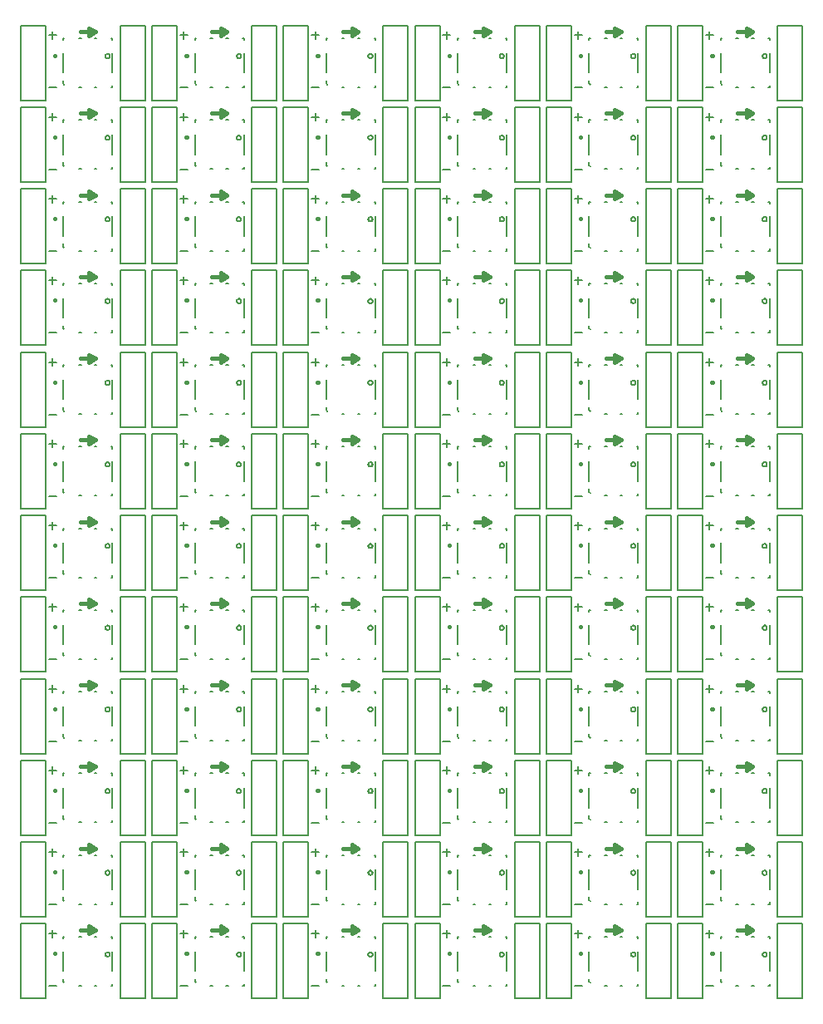
<source format=gto>
G75*
%MOIN*%
%OFA0B0*%
%FSLAX24Y24*%
%IPPOS*%
%LPD*%
%AMOC8*
5,1,8,0,0,1.08239X$1,22.5*
%
%ADD10C,0.0160*%
%ADD11C,0.0050*%
%ADD12C,0.0080*%
%ADD13C,0.0079*%
D10*
X003043Y002050D02*
X003067Y002050D01*
X004080Y003000D02*
X004680Y003000D01*
X004430Y003150D01*
X004430Y002850D01*
X004680Y003000D01*
X003067Y005326D02*
X003043Y005326D01*
X004080Y006276D02*
X004680Y006276D01*
X004430Y006426D01*
X004430Y006126D01*
X004680Y006276D01*
X003067Y008601D02*
X003043Y008601D01*
X004080Y009551D02*
X004680Y009551D01*
X004430Y009701D01*
X004430Y009401D01*
X004680Y009551D01*
X003067Y011877D02*
X003043Y011877D01*
X004080Y012827D02*
X004680Y012827D01*
X004430Y012977D01*
X004430Y012677D01*
X004680Y012827D01*
X003067Y015152D02*
X003043Y015152D01*
X004080Y016102D02*
X004680Y016102D01*
X004430Y016252D01*
X004430Y015952D01*
X004680Y016102D01*
X003067Y018428D02*
X003043Y018428D01*
X004080Y019378D02*
X004680Y019378D01*
X004430Y019528D01*
X004430Y019228D01*
X004680Y019378D01*
X003067Y021704D02*
X003043Y021704D01*
X004080Y022654D02*
X004680Y022654D01*
X004430Y022804D01*
X004430Y022504D01*
X004680Y022654D01*
X003067Y024979D02*
X003043Y024979D01*
X004080Y025929D02*
X004680Y025929D01*
X004430Y026079D01*
X004430Y025779D01*
X004680Y025929D01*
X003067Y028255D02*
X003043Y028255D01*
X004080Y029205D02*
X004680Y029205D01*
X004430Y029355D01*
X004430Y029055D01*
X004680Y029205D01*
X003067Y031530D02*
X003043Y031530D01*
X004080Y032480D02*
X004680Y032480D01*
X004430Y032630D01*
X004430Y032330D01*
X004680Y032480D01*
X003067Y034806D02*
X003043Y034806D01*
X004080Y035756D02*
X004680Y035756D01*
X004430Y035906D01*
X004430Y035606D01*
X004680Y035756D01*
X003067Y038081D02*
X003043Y038081D01*
X004080Y039031D02*
X004680Y039031D01*
X004430Y039181D01*
X004430Y038881D01*
X004680Y039031D01*
X008318Y038081D02*
X008342Y038081D01*
X009355Y039031D02*
X009955Y039031D01*
X009705Y039181D01*
X009705Y038881D01*
X009955Y039031D01*
X009705Y035906D02*
X009705Y035606D01*
X009955Y035756D01*
X009705Y035906D01*
X009955Y035756D02*
X009355Y035756D01*
X008342Y034806D02*
X008318Y034806D01*
X009355Y032480D02*
X009955Y032480D01*
X009705Y032630D01*
X009705Y032330D01*
X009955Y032480D01*
X008342Y031530D02*
X008318Y031530D01*
X009355Y029205D02*
X009955Y029205D01*
X009705Y029355D01*
X009705Y029055D01*
X009955Y029205D01*
X008342Y028255D02*
X008318Y028255D01*
X009705Y026079D02*
X009705Y025779D01*
X009955Y025929D01*
X009705Y026079D01*
X009955Y025929D02*
X009355Y025929D01*
X008342Y024979D02*
X008318Y024979D01*
X009355Y022654D02*
X009955Y022654D01*
X009705Y022804D01*
X009705Y022504D01*
X009955Y022654D01*
X008342Y021704D02*
X008318Y021704D01*
X009355Y019378D02*
X009955Y019378D01*
X009705Y019528D01*
X009705Y019228D01*
X009955Y019378D01*
X008342Y018428D02*
X008318Y018428D01*
X009705Y016252D02*
X009705Y015952D01*
X009955Y016102D01*
X009705Y016252D01*
X009955Y016102D02*
X009355Y016102D01*
X008342Y015152D02*
X008318Y015152D01*
X009355Y012827D02*
X009955Y012827D01*
X009705Y012977D01*
X009705Y012677D01*
X009955Y012827D01*
X008342Y011877D02*
X008318Y011877D01*
X009355Y009551D02*
X009955Y009551D01*
X009705Y009701D01*
X009705Y009401D01*
X009955Y009551D01*
X008342Y008601D02*
X008318Y008601D01*
X009705Y006426D02*
X009705Y006126D01*
X009955Y006276D01*
X009705Y006426D01*
X009955Y006276D02*
X009355Y006276D01*
X008342Y005326D02*
X008318Y005326D01*
X009355Y003000D02*
X009955Y003000D01*
X009705Y003150D01*
X009705Y002850D01*
X009955Y003000D01*
X008342Y002050D02*
X008318Y002050D01*
X013594Y002050D02*
X013618Y002050D01*
X014631Y003000D02*
X015231Y003000D01*
X014981Y003150D01*
X014981Y002850D01*
X015231Y003000D01*
X013618Y005326D02*
X013594Y005326D01*
X014631Y006276D02*
X015231Y006276D01*
X014981Y006426D01*
X014981Y006126D01*
X015231Y006276D01*
X013618Y008601D02*
X013594Y008601D01*
X014631Y009551D02*
X015231Y009551D01*
X014981Y009701D01*
X014981Y009401D01*
X015231Y009551D01*
X013618Y011877D02*
X013594Y011877D01*
X014631Y012827D02*
X015231Y012827D01*
X014981Y012977D01*
X014981Y012677D01*
X015231Y012827D01*
X013618Y015152D02*
X013594Y015152D01*
X014631Y016102D02*
X015231Y016102D01*
X014981Y016252D01*
X014981Y015952D01*
X015231Y016102D01*
X013618Y018428D02*
X013594Y018428D01*
X014631Y019378D02*
X015231Y019378D01*
X014981Y019528D01*
X014981Y019228D01*
X015231Y019378D01*
X013618Y021704D02*
X013594Y021704D01*
X014631Y022654D02*
X015231Y022654D01*
X014981Y022804D01*
X014981Y022504D01*
X015231Y022654D01*
X013618Y024979D02*
X013594Y024979D01*
X014631Y025929D02*
X015231Y025929D01*
X014981Y026079D01*
X014981Y025779D01*
X015231Y025929D01*
X013618Y028255D02*
X013594Y028255D01*
X014631Y029205D02*
X015231Y029205D01*
X014981Y029355D01*
X014981Y029055D01*
X015231Y029205D01*
X013618Y031530D02*
X013594Y031530D01*
X014631Y032480D02*
X015231Y032480D01*
X014981Y032630D01*
X014981Y032330D01*
X015231Y032480D01*
X013618Y034806D02*
X013594Y034806D01*
X014631Y035756D02*
X015231Y035756D01*
X014981Y035906D01*
X014981Y035606D01*
X015231Y035756D01*
X013618Y038081D02*
X013594Y038081D01*
X014631Y039031D02*
X015231Y039031D01*
X014981Y039181D01*
X014981Y038881D01*
X015231Y039031D01*
X018870Y038081D02*
X018894Y038081D01*
X019907Y039031D02*
X020507Y039031D01*
X020257Y039181D01*
X020257Y038881D01*
X020507Y039031D01*
X020257Y035906D02*
X020257Y035606D01*
X020507Y035756D01*
X020257Y035906D01*
X020507Y035756D02*
X019907Y035756D01*
X018894Y034806D02*
X018870Y034806D01*
X019907Y032480D02*
X020507Y032480D01*
X020257Y032630D01*
X020257Y032330D01*
X020507Y032480D01*
X018894Y031530D02*
X018870Y031530D01*
X019907Y029205D02*
X020507Y029205D01*
X020257Y029355D01*
X020257Y029055D01*
X020507Y029205D01*
X018894Y028255D02*
X018870Y028255D01*
X020257Y026079D02*
X020257Y025779D01*
X020507Y025929D01*
X020257Y026079D01*
X020507Y025929D02*
X019907Y025929D01*
X018894Y024979D02*
X018870Y024979D01*
X019907Y022654D02*
X020507Y022654D01*
X020257Y022804D01*
X020257Y022504D01*
X020507Y022654D01*
X018894Y021704D02*
X018870Y021704D01*
X019907Y019378D02*
X020507Y019378D01*
X020257Y019528D01*
X020257Y019228D01*
X020507Y019378D01*
X018894Y018428D02*
X018870Y018428D01*
X020257Y016252D02*
X020257Y015952D01*
X020507Y016102D01*
X020257Y016252D01*
X020507Y016102D02*
X019907Y016102D01*
X018894Y015152D02*
X018870Y015152D01*
X019907Y012827D02*
X020507Y012827D01*
X020257Y012977D01*
X020257Y012677D01*
X020507Y012827D01*
X018894Y011877D02*
X018870Y011877D01*
X019907Y009551D02*
X020507Y009551D01*
X020257Y009701D01*
X020257Y009401D01*
X020507Y009551D01*
X018894Y008601D02*
X018870Y008601D01*
X020257Y006426D02*
X020257Y006126D01*
X020507Y006276D01*
X020257Y006426D01*
X020507Y006276D02*
X019907Y006276D01*
X018894Y005326D02*
X018870Y005326D01*
X019907Y003000D02*
X020507Y003000D01*
X020257Y003150D01*
X020257Y002850D01*
X020507Y003000D01*
X018894Y002050D02*
X018870Y002050D01*
X024145Y002050D02*
X024169Y002050D01*
X025182Y003000D02*
X025782Y003000D01*
X025532Y003150D01*
X025532Y002850D01*
X025782Y003000D01*
X024169Y005326D02*
X024145Y005326D01*
X025182Y006276D02*
X025782Y006276D01*
X025532Y006426D01*
X025532Y006126D01*
X025782Y006276D01*
X024169Y008601D02*
X024145Y008601D01*
X025182Y009551D02*
X025782Y009551D01*
X025532Y009701D01*
X025532Y009401D01*
X025782Y009551D01*
X024169Y011877D02*
X024145Y011877D01*
X025182Y012827D02*
X025782Y012827D01*
X025532Y012977D01*
X025532Y012677D01*
X025782Y012827D01*
X024169Y015152D02*
X024145Y015152D01*
X025182Y016102D02*
X025782Y016102D01*
X025532Y016252D01*
X025532Y015952D01*
X025782Y016102D01*
X024169Y018428D02*
X024145Y018428D01*
X025182Y019378D02*
X025782Y019378D01*
X025532Y019528D01*
X025532Y019228D01*
X025782Y019378D01*
X024169Y021704D02*
X024145Y021704D01*
X025182Y022654D02*
X025782Y022654D01*
X025532Y022804D01*
X025532Y022504D01*
X025782Y022654D01*
X024169Y024979D02*
X024145Y024979D01*
X025182Y025929D02*
X025782Y025929D01*
X025532Y026079D01*
X025532Y025779D01*
X025782Y025929D01*
X024169Y028255D02*
X024145Y028255D01*
X025182Y029205D02*
X025782Y029205D01*
X025532Y029355D01*
X025532Y029055D01*
X025782Y029205D01*
X024169Y031530D02*
X024145Y031530D01*
X025182Y032480D02*
X025782Y032480D01*
X025532Y032630D01*
X025532Y032330D01*
X025782Y032480D01*
X024169Y034806D02*
X024145Y034806D01*
X025182Y035756D02*
X025782Y035756D01*
X025532Y035906D01*
X025532Y035606D01*
X025782Y035756D01*
X024169Y038081D02*
X024145Y038081D01*
X025182Y039031D02*
X025782Y039031D01*
X025532Y039181D01*
X025532Y038881D01*
X025782Y039031D01*
X029421Y038081D02*
X029445Y038081D01*
X030458Y039031D02*
X031058Y039031D01*
X030808Y039181D01*
X030808Y038881D01*
X031058Y039031D01*
X030808Y035906D02*
X030808Y035606D01*
X031058Y035756D01*
X030808Y035906D01*
X031058Y035756D02*
X030458Y035756D01*
X029445Y034806D02*
X029421Y034806D01*
X030458Y032480D02*
X031058Y032480D01*
X030808Y032630D01*
X030808Y032330D01*
X031058Y032480D01*
X029445Y031530D02*
X029421Y031530D01*
X030458Y029205D02*
X031058Y029205D01*
X030808Y029355D01*
X030808Y029055D01*
X031058Y029205D01*
X029445Y028255D02*
X029421Y028255D01*
X030808Y026079D02*
X030808Y025779D01*
X031058Y025929D01*
X030808Y026079D01*
X031058Y025929D02*
X030458Y025929D01*
X029445Y024979D02*
X029421Y024979D01*
X030458Y022654D02*
X031058Y022654D01*
X030808Y022804D01*
X030808Y022504D01*
X031058Y022654D01*
X029445Y021704D02*
X029421Y021704D01*
X030458Y019378D02*
X031058Y019378D01*
X030808Y019528D01*
X030808Y019228D01*
X031058Y019378D01*
X029445Y018428D02*
X029421Y018428D01*
X030808Y016252D02*
X030808Y015952D01*
X031058Y016102D01*
X030808Y016252D01*
X031058Y016102D02*
X030458Y016102D01*
X029445Y015152D02*
X029421Y015152D01*
X030458Y012827D02*
X031058Y012827D01*
X030808Y012977D01*
X030808Y012677D01*
X031058Y012827D01*
X029445Y011877D02*
X029421Y011877D01*
X030458Y009551D02*
X031058Y009551D01*
X030808Y009701D01*
X030808Y009401D01*
X031058Y009551D01*
X029445Y008601D02*
X029421Y008601D01*
X030808Y006426D02*
X030808Y006126D01*
X031058Y006276D01*
X030808Y006426D01*
X031058Y006276D02*
X030458Y006276D01*
X029445Y005326D02*
X029421Y005326D01*
X030458Y003000D02*
X031058Y003000D01*
X030808Y003150D01*
X030808Y002850D01*
X031058Y003000D01*
X029445Y002050D02*
X029421Y002050D01*
D11*
X029333Y002700D02*
X029333Y003000D01*
X029183Y002850D02*
X029483Y002850D01*
X029483Y004026D02*
X029183Y004026D01*
X029333Y005976D02*
X029333Y006276D01*
X029183Y006126D02*
X029483Y006126D01*
X029483Y007301D02*
X029183Y007301D01*
X029333Y009251D02*
X029333Y009552D01*
X029183Y009401D02*
X029483Y009401D01*
X029483Y010577D02*
X029183Y010577D01*
X029333Y012527D02*
X029333Y012827D01*
X029183Y012677D02*
X029483Y012677D01*
X029483Y013853D02*
X029183Y013853D01*
X029333Y015802D02*
X029333Y016103D01*
X029183Y015953D02*
X029483Y015953D01*
X029483Y017128D02*
X029183Y017128D01*
X029333Y019078D02*
X029333Y019378D01*
X029183Y019228D02*
X029483Y019228D01*
X029483Y020404D02*
X029183Y020404D01*
X029333Y022354D02*
X029333Y022654D01*
X029183Y022504D02*
X029483Y022504D01*
X029483Y023679D02*
X029183Y023679D01*
X029333Y025629D02*
X029333Y025929D01*
X029183Y025779D02*
X029483Y025779D01*
X029483Y026955D02*
X029183Y026955D01*
X029333Y028905D02*
X029333Y029205D01*
X029183Y029055D02*
X029483Y029055D01*
X029483Y030231D02*
X029183Y030231D01*
X029333Y032180D02*
X029333Y032481D01*
X029183Y032331D02*
X029483Y032331D01*
X029483Y033506D02*
X029183Y033506D01*
X029333Y035456D02*
X029333Y035756D01*
X029183Y035606D02*
X029483Y035606D01*
X029483Y036782D02*
X029183Y036782D01*
X029333Y038732D02*
X029333Y039032D01*
X029183Y038882D02*
X029483Y038882D01*
X024207Y038882D02*
X023907Y038882D01*
X024057Y039032D02*
X024057Y038732D01*
X023907Y036782D02*
X024207Y036782D01*
X024057Y035756D02*
X024057Y035456D01*
X023907Y035606D02*
X024207Y035606D01*
X024207Y033506D02*
X023907Y033506D01*
X024057Y032481D02*
X024057Y032180D01*
X023907Y032331D02*
X024207Y032331D01*
X024207Y030231D02*
X023907Y030231D01*
X024057Y029205D02*
X024057Y028905D01*
X023907Y029055D02*
X024207Y029055D01*
X024207Y026955D02*
X023907Y026955D01*
X024057Y025929D02*
X024057Y025629D01*
X023907Y025779D02*
X024207Y025779D01*
X024207Y023679D02*
X023907Y023679D01*
X024057Y022654D02*
X024057Y022354D01*
X023907Y022504D02*
X024207Y022504D01*
X024207Y020404D02*
X023907Y020404D01*
X024057Y019378D02*
X024057Y019078D01*
X023907Y019228D02*
X024207Y019228D01*
X024207Y017128D02*
X023907Y017128D01*
X024057Y016103D02*
X024057Y015802D01*
X023907Y015953D02*
X024207Y015953D01*
X024207Y013853D02*
X023907Y013853D01*
X024057Y012827D02*
X024057Y012527D01*
X023907Y012677D02*
X024207Y012677D01*
X024207Y010577D02*
X023907Y010577D01*
X024057Y009552D02*
X024057Y009251D01*
X023907Y009401D02*
X024207Y009401D01*
X024207Y007301D02*
X023907Y007301D01*
X024057Y006276D02*
X024057Y005976D01*
X023907Y006126D02*
X024207Y006126D01*
X024207Y004026D02*
X023907Y004026D01*
X024057Y003000D02*
X024057Y002700D01*
X023907Y002850D02*
X024207Y002850D01*
X024207Y000750D02*
X023907Y000750D01*
X018932Y000750D02*
X018632Y000750D01*
X018782Y002700D02*
X018782Y003000D01*
X018632Y002850D02*
X018932Y002850D01*
X018932Y004026D02*
X018632Y004026D01*
X018782Y005976D02*
X018782Y006276D01*
X018632Y006126D02*
X018932Y006126D01*
X018932Y007301D02*
X018632Y007301D01*
X018782Y009251D02*
X018782Y009552D01*
X018632Y009401D02*
X018932Y009401D01*
X018932Y010577D02*
X018632Y010577D01*
X018782Y012527D02*
X018782Y012827D01*
X018632Y012677D02*
X018932Y012677D01*
X018932Y013853D02*
X018632Y013853D01*
X018782Y015802D02*
X018782Y016103D01*
X018632Y015953D02*
X018932Y015953D01*
X018932Y017128D02*
X018632Y017128D01*
X018782Y019078D02*
X018782Y019378D01*
X018632Y019228D02*
X018932Y019228D01*
X018932Y020404D02*
X018632Y020404D01*
X018782Y022354D02*
X018782Y022654D01*
X018632Y022504D02*
X018932Y022504D01*
X018932Y023679D02*
X018632Y023679D01*
X018782Y025629D02*
X018782Y025929D01*
X018632Y025779D02*
X018932Y025779D01*
X018932Y026955D02*
X018632Y026955D01*
X018782Y028905D02*
X018782Y029205D01*
X018632Y029055D02*
X018932Y029055D01*
X018932Y030231D02*
X018632Y030231D01*
X018782Y032180D02*
X018782Y032481D01*
X018632Y032331D02*
X018932Y032331D01*
X018932Y033506D02*
X018632Y033506D01*
X018782Y035456D02*
X018782Y035756D01*
X018632Y035606D02*
X018932Y035606D01*
X018932Y036782D02*
X018632Y036782D01*
X018782Y038732D02*
X018782Y039032D01*
X018632Y038882D02*
X018932Y038882D01*
X013656Y038882D02*
X013356Y038882D01*
X013506Y039032D02*
X013506Y038732D01*
X013356Y036782D02*
X013656Y036782D01*
X013506Y035756D02*
X013506Y035456D01*
X013356Y035606D02*
X013656Y035606D01*
X013656Y033506D02*
X013356Y033506D01*
X013506Y032481D02*
X013506Y032180D01*
X013356Y032331D02*
X013656Y032331D01*
X013656Y030231D02*
X013356Y030231D01*
X013506Y029205D02*
X013506Y028905D01*
X013356Y029055D02*
X013656Y029055D01*
X013656Y026955D02*
X013356Y026955D01*
X013506Y025929D02*
X013506Y025629D01*
X013356Y025779D02*
X013656Y025779D01*
X013656Y023679D02*
X013356Y023679D01*
X013506Y022654D02*
X013506Y022354D01*
X013356Y022504D02*
X013656Y022504D01*
X013656Y020404D02*
X013356Y020404D01*
X013506Y019378D02*
X013506Y019078D01*
X013356Y019228D02*
X013656Y019228D01*
X013656Y017128D02*
X013356Y017128D01*
X013506Y016103D02*
X013506Y015802D01*
X013356Y015953D02*
X013656Y015953D01*
X013656Y013853D02*
X013356Y013853D01*
X013506Y012827D02*
X013506Y012527D01*
X013356Y012677D02*
X013656Y012677D01*
X013656Y010577D02*
X013356Y010577D01*
X013506Y009552D02*
X013506Y009251D01*
X013356Y009401D02*
X013656Y009401D01*
X013656Y007301D02*
X013356Y007301D01*
X013506Y006276D02*
X013506Y005976D01*
X013356Y006126D02*
X013656Y006126D01*
X013656Y004026D02*
X013356Y004026D01*
X013506Y003000D02*
X013506Y002700D01*
X013356Y002850D02*
X013656Y002850D01*
X013656Y000750D02*
X013356Y000750D01*
X008381Y000750D02*
X008080Y000750D01*
X008231Y002700D02*
X008231Y003000D01*
X008080Y002850D02*
X008381Y002850D01*
X008381Y004026D02*
X008080Y004026D01*
X008231Y005976D02*
X008231Y006276D01*
X008080Y006126D02*
X008381Y006126D01*
X008381Y007301D02*
X008080Y007301D01*
X008231Y009251D02*
X008231Y009552D01*
X008381Y009401D02*
X008080Y009401D01*
X008080Y010577D02*
X008381Y010577D01*
X008231Y012527D02*
X008231Y012827D01*
X008080Y012677D02*
X008381Y012677D01*
X008381Y013853D02*
X008080Y013853D01*
X008231Y015802D02*
X008231Y016103D01*
X008080Y015953D02*
X008381Y015953D01*
X008381Y017128D02*
X008080Y017128D01*
X008231Y019078D02*
X008231Y019378D01*
X008080Y019228D02*
X008381Y019228D01*
X008381Y020404D02*
X008080Y020404D01*
X008231Y022354D02*
X008231Y022654D01*
X008080Y022504D02*
X008381Y022504D01*
X008381Y023679D02*
X008080Y023679D01*
X008231Y025629D02*
X008231Y025929D01*
X008080Y025779D02*
X008381Y025779D01*
X008381Y026955D02*
X008080Y026955D01*
X008231Y028905D02*
X008231Y029205D01*
X008080Y029055D02*
X008381Y029055D01*
X008381Y030231D02*
X008080Y030231D01*
X008231Y032180D02*
X008231Y032481D01*
X008080Y032331D02*
X008381Y032331D01*
X008381Y033506D02*
X008080Y033506D01*
X008231Y035456D02*
X008231Y035756D01*
X008080Y035606D02*
X008381Y035606D01*
X008381Y036782D02*
X008080Y036782D01*
X008231Y038732D02*
X008231Y039032D01*
X008080Y038882D02*
X008381Y038882D01*
X003105Y038882D02*
X002805Y038882D01*
X002955Y039032D02*
X002955Y038732D01*
X002805Y036782D02*
X003105Y036782D01*
X002955Y035756D02*
X002955Y035456D01*
X002805Y035606D02*
X003105Y035606D01*
X003105Y033506D02*
X002805Y033506D01*
X002955Y032481D02*
X002955Y032180D01*
X002805Y032331D02*
X003105Y032331D01*
X003105Y030231D02*
X002805Y030231D01*
X002955Y029205D02*
X002955Y028905D01*
X002805Y029055D02*
X003105Y029055D01*
X003105Y026955D02*
X002805Y026955D01*
X002955Y025929D02*
X002955Y025629D01*
X002805Y025779D02*
X003105Y025779D01*
X003105Y023679D02*
X002805Y023679D01*
X002955Y022654D02*
X002955Y022354D01*
X002805Y022504D02*
X003105Y022504D01*
X003105Y020404D02*
X002805Y020404D01*
X002955Y019378D02*
X002955Y019078D01*
X002805Y019228D02*
X003105Y019228D01*
X003105Y017128D02*
X002805Y017128D01*
X002955Y016103D02*
X002955Y015802D01*
X002805Y015953D02*
X003105Y015953D01*
X003105Y013853D02*
X002805Y013853D01*
X002955Y012827D02*
X002955Y012527D01*
X002805Y012677D02*
X003105Y012677D01*
X003105Y010577D02*
X002805Y010577D01*
X002955Y009552D02*
X002955Y009251D01*
X002805Y009401D02*
X003105Y009401D01*
X003105Y007301D02*
X002805Y007301D01*
X002955Y006276D02*
X002955Y005976D01*
X002805Y006126D02*
X003105Y006126D01*
X003105Y004026D02*
X002805Y004026D01*
X002955Y003000D02*
X002955Y002700D01*
X002805Y002850D02*
X003105Y002850D01*
X003105Y000750D02*
X002805Y000750D01*
X029183Y000750D02*
X029483Y000750D01*
D12*
X002680Y000250D02*
X001680Y000250D01*
X001680Y003250D01*
X002680Y003250D01*
X002680Y000250D01*
X003396Y001356D02*
X003396Y002144D01*
X004025Y002734D02*
X004104Y002734D01*
X004655Y002734D02*
X004734Y002734D01*
X005079Y002026D02*
X005081Y002044D01*
X005087Y002062D01*
X005096Y002078D01*
X005108Y002091D01*
X005123Y002102D01*
X005140Y002110D01*
X005158Y002114D01*
X005176Y002114D01*
X005194Y002110D01*
X005211Y002102D01*
X005226Y002091D01*
X005238Y002078D01*
X005247Y002062D01*
X005253Y002044D01*
X005255Y002026D01*
X005253Y002008D01*
X005247Y001990D01*
X005238Y001974D01*
X005226Y001961D01*
X005211Y001950D01*
X005194Y001942D01*
X005176Y001938D01*
X005158Y001938D01*
X005140Y001942D01*
X005123Y001950D01*
X005108Y001961D01*
X005096Y001974D01*
X005087Y001990D01*
X005081Y002008D01*
X005079Y002026D01*
X005364Y002144D02*
X005364Y001356D01*
X004734Y000766D02*
X004655Y000766D01*
X004104Y000766D02*
X004025Y000766D01*
X005680Y000250D02*
X006680Y000250D01*
X006680Y003250D01*
X005680Y003250D01*
X005680Y000250D01*
X006955Y000250D02*
X007955Y000250D01*
X007955Y003250D01*
X006955Y003250D01*
X006955Y000250D01*
X008671Y001356D02*
X008671Y002144D01*
X009301Y002734D02*
X009380Y002734D01*
X009931Y002734D02*
X010010Y002734D01*
X010355Y002026D02*
X010357Y002044D01*
X010363Y002062D01*
X010372Y002078D01*
X010384Y002091D01*
X010399Y002102D01*
X010416Y002110D01*
X010434Y002114D01*
X010452Y002114D01*
X010470Y002110D01*
X010487Y002102D01*
X010502Y002091D01*
X010514Y002078D01*
X010523Y002062D01*
X010529Y002044D01*
X010531Y002026D01*
X010529Y002008D01*
X010523Y001990D01*
X010514Y001974D01*
X010502Y001961D01*
X010487Y001950D01*
X010470Y001942D01*
X010452Y001938D01*
X010434Y001938D01*
X010416Y001942D01*
X010399Y001950D01*
X010384Y001961D01*
X010372Y001974D01*
X010363Y001990D01*
X010357Y002008D01*
X010355Y002026D01*
X010640Y002144D02*
X010640Y001356D01*
X010010Y000766D02*
X009931Y000766D01*
X009380Y000766D02*
X009301Y000766D01*
X010955Y000250D02*
X011955Y000250D01*
X011955Y003250D01*
X010955Y003250D01*
X010955Y000250D01*
X012231Y000250D02*
X013231Y000250D01*
X013231Y003250D01*
X012231Y003250D01*
X012231Y000250D01*
X013947Y001356D02*
X013947Y002144D01*
X014577Y002734D02*
X014655Y002734D01*
X015207Y002734D02*
X015285Y002734D01*
X015630Y002026D02*
X015632Y002044D01*
X015638Y002062D01*
X015647Y002078D01*
X015659Y002091D01*
X015674Y002102D01*
X015691Y002110D01*
X015709Y002114D01*
X015727Y002114D01*
X015745Y002110D01*
X015762Y002102D01*
X015777Y002091D01*
X015789Y002078D01*
X015798Y002062D01*
X015804Y002044D01*
X015806Y002026D01*
X015804Y002008D01*
X015798Y001990D01*
X015789Y001974D01*
X015777Y001961D01*
X015762Y001950D01*
X015745Y001942D01*
X015727Y001938D01*
X015709Y001938D01*
X015691Y001942D01*
X015674Y001950D01*
X015659Y001961D01*
X015647Y001974D01*
X015638Y001990D01*
X015632Y002008D01*
X015630Y002026D01*
X015915Y002144D02*
X015915Y001356D01*
X015285Y000766D02*
X015207Y000766D01*
X014655Y000766D02*
X014577Y000766D01*
X016231Y000250D02*
X017231Y000250D01*
X017231Y003250D01*
X016231Y003250D01*
X016231Y000250D01*
X017507Y000250D02*
X018507Y000250D01*
X018507Y003250D01*
X017507Y003250D01*
X017507Y000250D01*
X019222Y001356D02*
X019222Y002144D01*
X019852Y002734D02*
X019931Y002734D01*
X020482Y002734D02*
X020561Y002734D01*
X020906Y002026D02*
X020908Y002044D01*
X020914Y002062D01*
X020923Y002078D01*
X020935Y002091D01*
X020950Y002102D01*
X020967Y002110D01*
X020985Y002114D01*
X021003Y002114D01*
X021021Y002110D01*
X021038Y002102D01*
X021053Y002091D01*
X021065Y002078D01*
X021074Y002062D01*
X021080Y002044D01*
X021082Y002026D01*
X021080Y002008D01*
X021074Y001990D01*
X021065Y001974D01*
X021053Y001961D01*
X021038Y001950D01*
X021021Y001942D01*
X021003Y001938D01*
X020985Y001938D01*
X020967Y001942D01*
X020950Y001950D01*
X020935Y001961D01*
X020923Y001974D01*
X020914Y001990D01*
X020908Y002008D01*
X020906Y002026D01*
X021191Y002144D02*
X021191Y001356D01*
X020561Y000766D02*
X020482Y000766D01*
X019931Y000766D02*
X019852Y000766D01*
X021507Y000250D02*
X022507Y000250D01*
X022507Y003250D01*
X021507Y003250D01*
X021507Y000250D01*
X022782Y000250D02*
X023782Y000250D01*
X023782Y003250D01*
X022782Y003250D01*
X022782Y000250D01*
X024498Y001356D02*
X024498Y002144D01*
X025128Y002734D02*
X025207Y002734D01*
X025758Y002734D02*
X025836Y002734D01*
X026182Y002026D02*
X026184Y002044D01*
X026190Y002062D01*
X026199Y002078D01*
X026211Y002091D01*
X026226Y002102D01*
X026243Y002110D01*
X026261Y002114D01*
X026279Y002114D01*
X026297Y002110D01*
X026314Y002102D01*
X026329Y002091D01*
X026341Y002078D01*
X026350Y002062D01*
X026356Y002044D01*
X026358Y002026D01*
X026356Y002008D01*
X026350Y001990D01*
X026341Y001974D01*
X026329Y001961D01*
X026314Y001950D01*
X026297Y001942D01*
X026279Y001938D01*
X026261Y001938D01*
X026243Y001942D01*
X026226Y001950D01*
X026211Y001961D01*
X026199Y001974D01*
X026190Y001990D01*
X026184Y002008D01*
X026182Y002026D01*
X026466Y002144D02*
X026466Y001356D01*
X025836Y000766D02*
X025758Y000766D01*
X025207Y000766D02*
X025128Y000766D01*
X026782Y000250D02*
X027782Y000250D01*
X027782Y003250D01*
X026782Y003250D01*
X026782Y000250D01*
X028058Y000250D02*
X029058Y000250D01*
X029058Y003250D01*
X028058Y003250D01*
X028058Y000250D01*
X029774Y001356D02*
X029774Y002144D01*
X030403Y002734D02*
X030482Y002734D01*
X031033Y002734D02*
X031112Y002734D01*
X031457Y002026D02*
X031459Y002044D01*
X031465Y002062D01*
X031474Y002078D01*
X031486Y002091D01*
X031501Y002102D01*
X031518Y002110D01*
X031536Y002114D01*
X031554Y002114D01*
X031572Y002110D01*
X031589Y002102D01*
X031604Y002091D01*
X031616Y002078D01*
X031625Y002062D01*
X031631Y002044D01*
X031633Y002026D01*
X031631Y002008D01*
X031625Y001990D01*
X031616Y001974D01*
X031604Y001961D01*
X031589Y001950D01*
X031572Y001942D01*
X031554Y001938D01*
X031536Y001938D01*
X031518Y001942D01*
X031501Y001950D01*
X031486Y001961D01*
X031474Y001974D01*
X031465Y001990D01*
X031459Y002008D01*
X031457Y002026D01*
X031742Y002144D02*
X031742Y001356D01*
X031112Y000766D02*
X031033Y000766D01*
X030482Y000766D02*
X030403Y000766D01*
X032058Y000250D02*
X033058Y000250D01*
X033058Y003250D01*
X032058Y003250D01*
X032058Y000250D01*
X032058Y003526D02*
X033058Y003526D01*
X033058Y006526D01*
X032058Y006526D01*
X032058Y003526D01*
X031112Y004041D02*
X031033Y004041D01*
X030482Y004041D02*
X030403Y004041D01*
X029774Y004632D02*
X029774Y005419D01*
X030403Y006010D02*
X030482Y006010D01*
X031033Y006010D02*
X031112Y006010D01*
X031457Y005301D02*
X031459Y005319D01*
X031465Y005337D01*
X031474Y005353D01*
X031486Y005366D01*
X031501Y005377D01*
X031518Y005385D01*
X031536Y005389D01*
X031554Y005389D01*
X031572Y005385D01*
X031589Y005377D01*
X031604Y005366D01*
X031616Y005353D01*
X031625Y005337D01*
X031631Y005319D01*
X031633Y005301D01*
X031631Y005283D01*
X031625Y005265D01*
X031616Y005249D01*
X031604Y005236D01*
X031589Y005225D01*
X031572Y005217D01*
X031554Y005213D01*
X031536Y005213D01*
X031518Y005217D01*
X031501Y005225D01*
X031486Y005236D01*
X031474Y005249D01*
X031465Y005265D01*
X031459Y005283D01*
X031457Y005301D01*
X031742Y005419D02*
X031742Y004632D01*
X032058Y006801D02*
X033058Y006801D01*
X033058Y009801D01*
X032058Y009801D01*
X032058Y006801D01*
X031112Y007317D02*
X031033Y007317D01*
X030482Y007317D02*
X030403Y007317D01*
X029774Y007907D02*
X029774Y008695D01*
X030403Y009285D02*
X030482Y009285D01*
X031033Y009285D02*
X031112Y009285D01*
X031457Y008577D02*
X031459Y008595D01*
X031465Y008613D01*
X031474Y008629D01*
X031486Y008642D01*
X031501Y008653D01*
X031518Y008661D01*
X031536Y008665D01*
X031554Y008665D01*
X031572Y008661D01*
X031589Y008653D01*
X031604Y008642D01*
X031616Y008629D01*
X031625Y008613D01*
X031631Y008595D01*
X031633Y008577D01*
X031631Y008559D01*
X031625Y008541D01*
X031616Y008525D01*
X031604Y008512D01*
X031589Y008501D01*
X031572Y008493D01*
X031554Y008489D01*
X031536Y008489D01*
X031518Y008493D01*
X031501Y008501D01*
X031486Y008512D01*
X031474Y008525D01*
X031465Y008541D01*
X031459Y008559D01*
X031457Y008577D01*
X031742Y008695D02*
X031742Y007907D01*
X032058Y010077D02*
X033058Y010077D01*
X033058Y013077D01*
X032058Y013077D01*
X032058Y010077D01*
X031112Y010593D02*
X031033Y010593D01*
X030482Y010593D02*
X030403Y010593D01*
X029774Y011183D02*
X029774Y011970D01*
X030403Y012561D02*
X030482Y012561D01*
X031033Y012561D02*
X031112Y012561D01*
X031457Y011852D02*
X031459Y011870D01*
X031465Y011888D01*
X031474Y011904D01*
X031486Y011917D01*
X031501Y011928D01*
X031518Y011936D01*
X031536Y011940D01*
X031554Y011940D01*
X031572Y011936D01*
X031589Y011928D01*
X031604Y011917D01*
X031616Y011904D01*
X031625Y011888D01*
X031631Y011870D01*
X031633Y011852D01*
X031631Y011834D01*
X031625Y011816D01*
X031616Y011800D01*
X031604Y011787D01*
X031589Y011776D01*
X031572Y011768D01*
X031554Y011764D01*
X031536Y011764D01*
X031518Y011768D01*
X031501Y011776D01*
X031486Y011787D01*
X031474Y011800D01*
X031465Y011816D01*
X031459Y011834D01*
X031457Y011852D01*
X031742Y011970D02*
X031742Y011183D01*
X032058Y013352D02*
X033058Y013352D01*
X033058Y016352D01*
X032058Y016352D01*
X032058Y013352D01*
X031112Y013868D02*
X031033Y013868D01*
X030482Y013868D02*
X030403Y013868D01*
X029774Y014459D02*
X029774Y015246D01*
X030403Y015837D02*
X030482Y015837D01*
X031033Y015837D02*
X031112Y015837D01*
X031457Y015128D02*
X031459Y015146D01*
X031465Y015164D01*
X031474Y015180D01*
X031486Y015193D01*
X031501Y015204D01*
X031518Y015212D01*
X031536Y015216D01*
X031554Y015216D01*
X031572Y015212D01*
X031589Y015204D01*
X031604Y015193D01*
X031616Y015180D01*
X031625Y015164D01*
X031631Y015146D01*
X031633Y015128D01*
X031631Y015110D01*
X031625Y015092D01*
X031616Y015076D01*
X031604Y015063D01*
X031589Y015052D01*
X031572Y015044D01*
X031554Y015040D01*
X031536Y015040D01*
X031518Y015044D01*
X031501Y015052D01*
X031486Y015063D01*
X031474Y015076D01*
X031465Y015092D01*
X031459Y015110D01*
X031457Y015128D01*
X031742Y015246D02*
X031742Y014459D01*
X032058Y016628D02*
X033058Y016628D01*
X033058Y019628D01*
X032058Y019628D01*
X032058Y016628D01*
X031742Y017734D02*
X031742Y018522D01*
X031457Y018404D02*
X031459Y018422D01*
X031465Y018440D01*
X031474Y018456D01*
X031486Y018469D01*
X031501Y018480D01*
X031518Y018488D01*
X031536Y018492D01*
X031554Y018492D01*
X031572Y018488D01*
X031589Y018480D01*
X031604Y018469D01*
X031616Y018456D01*
X031625Y018440D01*
X031631Y018422D01*
X031633Y018404D01*
X031631Y018386D01*
X031625Y018368D01*
X031616Y018352D01*
X031604Y018339D01*
X031589Y018328D01*
X031572Y018320D01*
X031554Y018316D01*
X031536Y018316D01*
X031518Y018320D01*
X031501Y018328D01*
X031486Y018339D01*
X031474Y018352D01*
X031465Y018368D01*
X031459Y018386D01*
X031457Y018404D01*
X031112Y019112D02*
X031033Y019112D01*
X030482Y019112D02*
X030403Y019112D01*
X029774Y018522D02*
X029774Y017734D01*
X030403Y017144D02*
X030482Y017144D01*
X031033Y017144D02*
X031112Y017144D01*
X029058Y016628D02*
X029058Y019628D01*
X028058Y019628D01*
X028058Y016628D01*
X029058Y016628D01*
X029058Y016352D02*
X028058Y016352D01*
X028058Y013352D01*
X029058Y013352D01*
X029058Y016352D01*
X027782Y016352D02*
X026782Y016352D01*
X026782Y013352D01*
X027782Y013352D01*
X027782Y016352D01*
X027782Y016628D02*
X027782Y019628D01*
X026782Y019628D01*
X026782Y016628D01*
X027782Y016628D01*
X026466Y017734D02*
X026466Y018522D01*
X026182Y018404D02*
X026184Y018422D01*
X026190Y018440D01*
X026199Y018456D01*
X026211Y018469D01*
X026226Y018480D01*
X026243Y018488D01*
X026261Y018492D01*
X026279Y018492D01*
X026297Y018488D01*
X026314Y018480D01*
X026329Y018469D01*
X026341Y018456D01*
X026350Y018440D01*
X026356Y018422D01*
X026358Y018404D01*
X026356Y018386D01*
X026350Y018368D01*
X026341Y018352D01*
X026329Y018339D01*
X026314Y018328D01*
X026297Y018320D01*
X026279Y018316D01*
X026261Y018316D01*
X026243Y018320D01*
X026226Y018328D01*
X026211Y018339D01*
X026199Y018352D01*
X026190Y018368D01*
X026184Y018386D01*
X026182Y018404D01*
X025836Y019112D02*
X025758Y019112D01*
X025207Y019112D02*
X025128Y019112D01*
X024498Y018522D02*
X024498Y017734D01*
X025128Y017144D02*
X025207Y017144D01*
X025758Y017144D02*
X025836Y017144D01*
X025836Y015837D02*
X025758Y015837D01*
X025207Y015837D02*
X025128Y015837D01*
X024498Y015246D02*
X024498Y014459D01*
X025128Y013868D02*
X025207Y013868D01*
X025758Y013868D02*
X025836Y013868D01*
X026466Y014459D02*
X026466Y015246D01*
X026182Y015128D02*
X026184Y015146D01*
X026190Y015164D01*
X026199Y015180D01*
X026211Y015193D01*
X026226Y015204D01*
X026243Y015212D01*
X026261Y015216D01*
X026279Y015216D01*
X026297Y015212D01*
X026314Y015204D01*
X026329Y015193D01*
X026341Y015180D01*
X026350Y015164D01*
X026356Y015146D01*
X026358Y015128D01*
X026356Y015110D01*
X026350Y015092D01*
X026341Y015076D01*
X026329Y015063D01*
X026314Y015052D01*
X026297Y015044D01*
X026279Y015040D01*
X026261Y015040D01*
X026243Y015044D01*
X026226Y015052D01*
X026211Y015063D01*
X026199Y015076D01*
X026190Y015092D01*
X026184Y015110D01*
X026182Y015128D01*
X026782Y013077D02*
X027782Y013077D01*
X027782Y010077D01*
X026782Y010077D01*
X026782Y013077D01*
X025836Y012561D02*
X025758Y012561D01*
X026182Y011852D02*
X026184Y011870D01*
X026190Y011888D01*
X026199Y011904D01*
X026211Y011917D01*
X026226Y011928D01*
X026243Y011936D01*
X026261Y011940D01*
X026279Y011940D01*
X026297Y011936D01*
X026314Y011928D01*
X026329Y011917D01*
X026341Y011904D01*
X026350Y011888D01*
X026356Y011870D01*
X026358Y011852D01*
X026356Y011834D01*
X026350Y011816D01*
X026341Y011800D01*
X026329Y011787D01*
X026314Y011776D01*
X026297Y011768D01*
X026279Y011764D01*
X026261Y011764D01*
X026243Y011768D01*
X026226Y011776D01*
X026211Y011787D01*
X026199Y011800D01*
X026190Y011816D01*
X026184Y011834D01*
X026182Y011852D01*
X026466Y011970D02*
X026466Y011183D01*
X025836Y010593D02*
X025758Y010593D01*
X025207Y010593D02*
X025128Y010593D01*
X024498Y011183D02*
X024498Y011970D01*
X025128Y012561D02*
X025207Y012561D01*
X023782Y013077D02*
X022782Y013077D01*
X022782Y010077D01*
X023782Y010077D01*
X023782Y013077D01*
X023782Y013352D02*
X022782Y013352D01*
X022782Y016352D01*
X023782Y016352D01*
X023782Y013352D01*
X022507Y013352D02*
X022507Y016352D01*
X021507Y016352D01*
X021507Y013352D01*
X022507Y013352D01*
X022507Y013077D02*
X021507Y013077D01*
X021507Y010077D01*
X022507Y010077D01*
X022507Y013077D01*
X021191Y011970D02*
X021191Y011183D01*
X020906Y011852D02*
X020908Y011870D01*
X020914Y011888D01*
X020923Y011904D01*
X020935Y011917D01*
X020950Y011928D01*
X020967Y011936D01*
X020985Y011940D01*
X021003Y011940D01*
X021021Y011936D01*
X021038Y011928D01*
X021053Y011917D01*
X021065Y011904D01*
X021074Y011888D01*
X021080Y011870D01*
X021082Y011852D01*
X021080Y011834D01*
X021074Y011816D01*
X021065Y011800D01*
X021053Y011787D01*
X021038Y011776D01*
X021021Y011768D01*
X021003Y011764D01*
X020985Y011764D01*
X020967Y011768D01*
X020950Y011776D01*
X020935Y011787D01*
X020923Y011800D01*
X020914Y011816D01*
X020908Y011834D01*
X020906Y011852D01*
X020561Y012561D02*
X020482Y012561D01*
X019931Y012561D02*
X019852Y012561D01*
X019222Y011970D02*
X019222Y011183D01*
X019852Y010593D02*
X019931Y010593D01*
X020482Y010593D02*
X020561Y010593D01*
X021507Y009801D02*
X022507Y009801D01*
X022507Y006801D01*
X021507Y006801D01*
X021507Y009801D01*
X020561Y009285D02*
X020482Y009285D01*
X019931Y009285D02*
X019852Y009285D01*
X019222Y008695D02*
X019222Y007907D01*
X019852Y007317D02*
X019931Y007317D01*
X020482Y007317D02*
X020561Y007317D01*
X021191Y007907D02*
X021191Y008695D01*
X020906Y008577D02*
X020908Y008595D01*
X020914Y008613D01*
X020923Y008629D01*
X020935Y008642D01*
X020950Y008653D01*
X020967Y008661D01*
X020985Y008665D01*
X021003Y008665D01*
X021021Y008661D01*
X021038Y008653D01*
X021053Y008642D01*
X021065Y008629D01*
X021074Y008613D01*
X021080Y008595D01*
X021082Y008577D01*
X021080Y008559D01*
X021074Y008541D01*
X021065Y008525D01*
X021053Y008512D01*
X021038Y008501D01*
X021021Y008493D01*
X021003Y008489D01*
X020985Y008489D01*
X020967Y008493D01*
X020950Y008501D01*
X020935Y008512D01*
X020923Y008525D01*
X020914Y008541D01*
X020908Y008559D01*
X020906Y008577D01*
X021507Y006526D02*
X022507Y006526D01*
X022507Y003526D01*
X021507Y003526D01*
X021507Y006526D01*
X020561Y006010D02*
X020482Y006010D01*
X019931Y006010D02*
X019852Y006010D01*
X019222Y005419D02*
X019222Y004632D01*
X019852Y004041D02*
X019931Y004041D01*
X020482Y004041D02*
X020561Y004041D01*
X021191Y004632D02*
X021191Y005419D01*
X020906Y005301D02*
X020908Y005319D01*
X020914Y005337D01*
X020923Y005353D01*
X020935Y005366D01*
X020950Y005377D01*
X020967Y005385D01*
X020985Y005389D01*
X021003Y005389D01*
X021021Y005385D01*
X021038Y005377D01*
X021053Y005366D01*
X021065Y005353D01*
X021074Y005337D01*
X021080Y005319D01*
X021082Y005301D01*
X021080Y005283D01*
X021074Y005265D01*
X021065Y005249D01*
X021053Y005236D01*
X021038Y005225D01*
X021021Y005217D01*
X021003Y005213D01*
X020985Y005213D01*
X020967Y005217D01*
X020950Y005225D01*
X020935Y005236D01*
X020923Y005249D01*
X020914Y005265D01*
X020908Y005283D01*
X020906Y005301D01*
X022782Y006526D02*
X022782Y003526D01*
X023782Y003526D01*
X023782Y006526D01*
X022782Y006526D01*
X022782Y006801D02*
X023782Y006801D01*
X023782Y009801D01*
X022782Y009801D01*
X022782Y006801D01*
X024498Y007907D02*
X024498Y008695D01*
X025128Y009285D02*
X025207Y009285D01*
X025758Y009285D02*
X025836Y009285D01*
X026182Y008577D02*
X026184Y008595D01*
X026190Y008613D01*
X026199Y008629D01*
X026211Y008642D01*
X026226Y008653D01*
X026243Y008661D01*
X026261Y008665D01*
X026279Y008665D01*
X026297Y008661D01*
X026314Y008653D01*
X026329Y008642D01*
X026341Y008629D01*
X026350Y008613D01*
X026356Y008595D01*
X026358Y008577D01*
X026356Y008559D01*
X026350Y008541D01*
X026341Y008525D01*
X026329Y008512D01*
X026314Y008501D01*
X026297Y008493D01*
X026279Y008489D01*
X026261Y008489D01*
X026243Y008493D01*
X026226Y008501D01*
X026211Y008512D01*
X026199Y008525D01*
X026190Y008541D01*
X026184Y008559D01*
X026182Y008577D01*
X026466Y008695D02*
X026466Y007907D01*
X025836Y007317D02*
X025758Y007317D01*
X025207Y007317D02*
X025128Y007317D01*
X025128Y006010D02*
X025207Y006010D01*
X025758Y006010D02*
X025836Y006010D01*
X026182Y005301D02*
X026184Y005319D01*
X026190Y005337D01*
X026199Y005353D01*
X026211Y005366D01*
X026226Y005377D01*
X026243Y005385D01*
X026261Y005389D01*
X026279Y005389D01*
X026297Y005385D01*
X026314Y005377D01*
X026329Y005366D01*
X026341Y005353D01*
X026350Y005337D01*
X026356Y005319D01*
X026358Y005301D01*
X026356Y005283D01*
X026350Y005265D01*
X026341Y005249D01*
X026329Y005236D01*
X026314Y005225D01*
X026297Y005217D01*
X026279Y005213D01*
X026261Y005213D01*
X026243Y005217D01*
X026226Y005225D01*
X026211Y005236D01*
X026199Y005249D01*
X026190Y005265D01*
X026184Y005283D01*
X026182Y005301D01*
X026466Y005419D02*
X026466Y004632D01*
X025836Y004041D02*
X025758Y004041D01*
X025207Y004041D02*
X025128Y004041D01*
X024498Y004632D02*
X024498Y005419D01*
X026782Y006526D02*
X026782Y003526D01*
X027782Y003526D01*
X027782Y006526D01*
X026782Y006526D01*
X026782Y006801D02*
X027782Y006801D01*
X027782Y009801D01*
X026782Y009801D01*
X026782Y006801D01*
X028058Y006801D02*
X029058Y006801D01*
X029058Y009801D01*
X028058Y009801D01*
X028058Y006801D01*
X028058Y006526D02*
X029058Y006526D01*
X029058Y003526D01*
X028058Y003526D01*
X028058Y006526D01*
X028058Y010077D02*
X029058Y010077D01*
X029058Y013077D01*
X028058Y013077D01*
X028058Y010077D01*
X023782Y016628D02*
X022782Y016628D01*
X022782Y019628D01*
X023782Y019628D01*
X023782Y016628D01*
X022507Y016628D02*
X022507Y019628D01*
X021507Y019628D01*
X021507Y016628D01*
X022507Y016628D01*
X021191Y017734D02*
X021191Y018522D01*
X020906Y018404D02*
X020908Y018422D01*
X020914Y018440D01*
X020923Y018456D01*
X020935Y018469D01*
X020950Y018480D01*
X020967Y018488D01*
X020985Y018492D01*
X021003Y018492D01*
X021021Y018488D01*
X021038Y018480D01*
X021053Y018469D01*
X021065Y018456D01*
X021074Y018440D01*
X021080Y018422D01*
X021082Y018404D01*
X021080Y018386D01*
X021074Y018368D01*
X021065Y018352D01*
X021053Y018339D01*
X021038Y018328D01*
X021021Y018320D01*
X021003Y018316D01*
X020985Y018316D01*
X020967Y018320D01*
X020950Y018328D01*
X020935Y018339D01*
X020923Y018352D01*
X020914Y018368D01*
X020908Y018386D01*
X020906Y018404D01*
X020561Y019112D02*
X020482Y019112D01*
X019931Y019112D02*
X019852Y019112D01*
X019222Y018522D02*
X019222Y017734D01*
X019852Y017144D02*
X019931Y017144D01*
X020482Y017144D02*
X020561Y017144D01*
X020561Y015837D02*
X020482Y015837D01*
X019931Y015837D02*
X019852Y015837D01*
X019222Y015246D02*
X019222Y014459D01*
X019852Y013868D02*
X019931Y013868D01*
X020482Y013868D02*
X020561Y013868D01*
X021191Y014459D02*
X021191Y015246D01*
X020906Y015128D02*
X020908Y015146D01*
X020914Y015164D01*
X020923Y015180D01*
X020935Y015193D01*
X020950Y015204D01*
X020967Y015212D01*
X020985Y015216D01*
X021003Y015216D01*
X021021Y015212D01*
X021038Y015204D01*
X021053Y015193D01*
X021065Y015180D01*
X021074Y015164D01*
X021080Y015146D01*
X021082Y015128D01*
X021080Y015110D01*
X021074Y015092D01*
X021065Y015076D01*
X021053Y015063D01*
X021038Y015052D01*
X021021Y015044D01*
X021003Y015040D01*
X020985Y015040D01*
X020967Y015044D01*
X020950Y015052D01*
X020935Y015063D01*
X020923Y015076D01*
X020914Y015092D01*
X020908Y015110D01*
X020906Y015128D01*
X018507Y016352D02*
X018507Y013352D01*
X017507Y013352D01*
X017507Y016352D01*
X018507Y016352D01*
X018507Y016628D02*
X017507Y016628D01*
X017507Y019628D01*
X018507Y019628D01*
X018507Y016628D01*
X017231Y016628D02*
X017231Y019628D01*
X016231Y019628D01*
X016231Y016628D01*
X017231Y016628D01*
X017231Y016352D02*
X016231Y016352D01*
X016231Y013352D01*
X017231Y013352D01*
X017231Y016352D01*
X015915Y015246D02*
X015915Y014459D01*
X015285Y013868D02*
X015207Y013868D01*
X014655Y013868D02*
X014577Y013868D01*
X013947Y014459D02*
X013947Y015246D01*
X014577Y015837D02*
X014655Y015837D01*
X015207Y015837D02*
X015285Y015837D01*
X015630Y015128D02*
X015632Y015146D01*
X015638Y015164D01*
X015647Y015180D01*
X015659Y015193D01*
X015674Y015204D01*
X015691Y015212D01*
X015709Y015216D01*
X015727Y015216D01*
X015745Y015212D01*
X015762Y015204D01*
X015777Y015193D01*
X015789Y015180D01*
X015798Y015164D01*
X015804Y015146D01*
X015806Y015128D01*
X015804Y015110D01*
X015798Y015092D01*
X015789Y015076D01*
X015777Y015063D01*
X015762Y015052D01*
X015745Y015044D01*
X015727Y015040D01*
X015709Y015040D01*
X015691Y015044D01*
X015674Y015052D01*
X015659Y015063D01*
X015647Y015076D01*
X015638Y015092D01*
X015632Y015110D01*
X015630Y015128D01*
X015285Y017144D02*
X015207Y017144D01*
X014655Y017144D02*
X014577Y017144D01*
X013947Y017734D02*
X013947Y018522D01*
X014577Y019112D02*
X014655Y019112D01*
X015207Y019112D02*
X015285Y019112D01*
X015630Y018404D02*
X015632Y018422D01*
X015638Y018440D01*
X015647Y018456D01*
X015659Y018469D01*
X015674Y018480D01*
X015691Y018488D01*
X015709Y018492D01*
X015727Y018492D01*
X015745Y018488D01*
X015762Y018480D01*
X015777Y018469D01*
X015789Y018456D01*
X015798Y018440D01*
X015804Y018422D01*
X015806Y018404D01*
X015804Y018386D01*
X015798Y018368D01*
X015789Y018352D01*
X015777Y018339D01*
X015762Y018328D01*
X015745Y018320D01*
X015727Y018316D01*
X015709Y018316D01*
X015691Y018320D01*
X015674Y018328D01*
X015659Y018339D01*
X015647Y018352D01*
X015638Y018368D01*
X015632Y018386D01*
X015630Y018404D01*
X015915Y018522D02*
X015915Y017734D01*
X016231Y019904D02*
X017231Y019904D01*
X017231Y022904D01*
X016231Y022904D01*
X016231Y019904D01*
X015285Y020419D02*
X015207Y020419D01*
X014655Y020419D02*
X014577Y020419D01*
X013947Y021010D02*
X013947Y021797D01*
X014577Y022388D02*
X014655Y022388D01*
X015207Y022388D02*
X015285Y022388D01*
X015915Y021797D02*
X015915Y021010D01*
X015630Y021679D02*
X015632Y021697D01*
X015638Y021715D01*
X015647Y021731D01*
X015659Y021744D01*
X015674Y021755D01*
X015691Y021763D01*
X015709Y021767D01*
X015727Y021767D01*
X015745Y021763D01*
X015762Y021755D01*
X015777Y021744D01*
X015789Y021731D01*
X015798Y021715D01*
X015804Y021697D01*
X015806Y021679D01*
X015804Y021661D01*
X015798Y021643D01*
X015789Y021627D01*
X015777Y021614D01*
X015762Y021603D01*
X015745Y021595D01*
X015727Y021591D01*
X015709Y021591D01*
X015691Y021595D01*
X015674Y021603D01*
X015659Y021614D01*
X015647Y021627D01*
X015638Y021643D01*
X015632Y021661D01*
X015630Y021679D01*
X016231Y023179D02*
X017231Y023179D01*
X017231Y026179D01*
X016231Y026179D01*
X016231Y023179D01*
X015285Y023695D02*
X015207Y023695D01*
X014655Y023695D02*
X014577Y023695D01*
X013947Y024285D02*
X013947Y025073D01*
X014577Y025663D02*
X014655Y025663D01*
X015207Y025663D02*
X015285Y025663D01*
X015630Y024955D02*
X015632Y024973D01*
X015638Y024991D01*
X015647Y025007D01*
X015659Y025020D01*
X015674Y025031D01*
X015691Y025039D01*
X015709Y025043D01*
X015727Y025043D01*
X015745Y025039D01*
X015762Y025031D01*
X015777Y025020D01*
X015789Y025007D01*
X015798Y024991D01*
X015804Y024973D01*
X015806Y024955D01*
X015804Y024937D01*
X015798Y024919D01*
X015789Y024903D01*
X015777Y024890D01*
X015762Y024879D01*
X015745Y024871D01*
X015727Y024867D01*
X015709Y024867D01*
X015691Y024871D01*
X015674Y024879D01*
X015659Y024890D01*
X015647Y024903D01*
X015638Y024919D01*
X015632Y024937D01*
X015630Y024955D01*
X015915Y025073D02*
X015915Y024285D01*
X017507Y023179D02*
X017507Y026179D01*
X018507Y026179D01*
X018507Y023179D01*
X017507Y023179D01*
X017507Y022904D02*
X018507Y022904D01*
X018507Y019904D01*
X017507Y019904D01*
X017507Y022904D01*
X019222Y021797D02*
X019222Y021010D01*
X019852Y020419D02*
X019931Y020419D01*
X020482Y020419D02*
X020561Y020419D01*
X021191Y021010D02*
X021191Y021797D01*
X020906Y021679D02*
X020908Y021697D01*
X020914Y021715D01*
X020923Y021731D01*
X020935Y021744D01*
X020950Y021755D01*
X020967Y021763D01*
X020985Y021767D01*
X021003Y021767D01*
X021021Y021763D01*
X021038Y021755D01*
X021053Y021744D01*
X021065Y021731D01*
X021074Y021715D01*
X021080Y021697D01*
X021082Y021679D01*
X021080Y021661D01*
X021074Y021643D01*
X021065Y021627D01*
X021053Y021614D01*
X021038Y021603D01*
X021021Y021595D01*
X021003Y021591D01*
X020985Y021591D01*
X020967Y021595D01*
X020950Y021603D01*
X020935Y021614D01*
X020923Y021627D01*
X020914Y021643D01*
X020908Y021661D01*
X020906Y021679D01*
X020561Y022388D02*
X020482Y022388D01*
X019931Y022388D02*
X019852Y022388D01*
X019852Y023695D02*
X019931Y023695D01*
X020482Y023695D02*
X020561Y023695D01*
X021191Y024285D02*
X021191Y025073D01*
X020906Y024955D02*
X020908Y024973D01*
X020914Y024991D01*
X020923Y025007D01*
X020935Y025020D01*
X020950Y025031D01*
X020967Y025039D01*
X020985Y025043D01*
X021003Y025043D01*
X021021Y025039D01*
X021038Y025031D01*
X021053Y025020D01*
X021065Y025007D01*
X021074Y024991D01*
X021080Y024973D01*
X021082Y024955D01*
X021080Y024937D01*
X021074Y024919D01*
X021065Y024903D01*
X021053Y024890D01*
X021038Y024879D01*
X021021Y024871D01*
X021003Y024867D01*
X020985Y024867D01*
X020967Y024871D01*
X020950Y024879D01*
X020935Y024890D01*
X020923Y024903D01*
X020914Y024919D01*
X020908Y024937D01*
X020906Y024955D01*
X020561Y025663D02*
X020482Y025663D01*
X019931Y025663D02*
X019852Y025663D01*
X019222Y025073D02*
X019222Y024285D01*
X018507Y026455D02*
X017507Y026455D01*
X017507Y029455D01*
X018507Y029455D01*
X018507Y026455D01*
X019222Y027561D02*
X019222Y028348D01*
X019852Y028939D02*
X019931Y028939D01*
X020482Y028939D02*
X020561Y028939D01*
X020906Y028230D02*
X020908Y028248D01*
X020914Y028266D01*
X020923Y028282D01*
X020935Y028295D01*
X020950Y028306D01*
X020967Y028314D01*
X020985Y028318D01*
X021003Y028318D01*
X021021Y028314D01*
X021038Y028306D01*
X021053Y028295D01*
X021065Y028282D01*
X021074Y028266D01*
X021080Y028248D01*
X021082Y028230D01*
X021080Y028212D01*
X021074Y028194D01*
X021065Y028178D01*
X021053Y028165D01*
X021038Y028154D01*
X021021Y028146D01*
X021003Y028142D01*
X020985Y028142D01*
X020967Y028146D01*
X020950Y028154D01*
X020935Y028165D01*
X020923Y028178D01*
X020914Y028194D01*
X020908Y028212D01*
X020906Y028230D01*
X021191Y028348D02*
X021191Y027561D01*
X020561Y026970D02*
X020482Y026970D01*
X019931Y026970D02*
X019852Y026970D01*
X021507Y026455D02*
X022507Y026455D01*
X022507Y029455D01*
X021507Y029455D01*
X021507Y026455D01*
X021507Y026179D02*
X022507Y026179D01*
X022507Y023179D01*
X021507Y023179D01*
X021507Y026179D01*
X022782Y026179D02*
X023782Y026179D01*
X023782Y023179D01*
X022782Y023179D01*
X022782Y026179D01*
X022782Y026455D02*
X023782Y026455D01*
X023782Y029455D01*
X022782Y029455D01*
X022782Y026455D01*
X024498Y027561D02*
X024498Y028348D01*
X025128Y028939D02*
X025207Y028939D01*
X025758Y028939D02*
X025836Y028939D01*
X026182Y028230D02*
X026184Y028248D01*
X026190Y028266D01*
X026199Y028282D01*
X026211Y028295D01*
X026226Y028306D01*
X026243Y028314D01*
X026261Y028318D01*
X026279Y028318D01*
X026297Y028314D01*
X026314Y028306D01*
X026329Y028295D01*
X026341Y028282D01*
X026350Y028266D01*
X026356Y028248D01*
X026358Y028230D01*
X026356Y028212D01*
X026350Y028194D01*
X026341Y028178D01*
X026329Y028165D01*
X026314Y028154D01*
X026297Y028146D01*
X026279Y028142D01*
X026261Y028142D01*
X026243Y028146D01*
X026226Y028154D01*
X026211Y028165D01*
X026199Y028178D01*
X026190Y028194D01*
X026184Y028212D01*
X026182Y028230D01*
X026466Y028348D02*
X026466Y027561D01*
X025836Y026970D02*
X025758Y026970D01*
X025207Y026970D02*
X025128Y026970D01*
X025128Y025663D02*
X025207Y025663D01*
X025758Y025663D02*
X025836Y025663D01*
X026182Y024955D02*
X026184Y024973D01*
X026190Y024991D01*
X026199Y025007D01*
X026211Y025020D01*
X026226Y025031D01*
X026243Y025039D01*
X026261Y025043D01*
X026279Y025043D01*
X026297Y025039D01*
X026314Y025031D01*
X026329Y025020D01*
X026341Y025007D01*
X026350Y024991D01*
X026356Y024973D01*
X026358Y024955D01*
X026356Y024937D01*
X026350Y024919D01*
X026341Y024903D01*
X026329Y024890D01*
X026314Y024879D01*
X026297Y024871D01*
X026279Y024867D01*
X026261Y024867D01*
X026243Y024871D01*
X026226Y024879D01*
X026211Y024890D01*
X026199Y024903D01*
X026190Y024919D01*
X026184Y024937D01*
X026182Y024955D01*
X026466Y025073D02*
X026466Y024285D01*
X025836Y023695D02*
X025758Y023695D01*
X025207Y023695D02*
X025128Y023695D01*
X024498Y024285D02*
X024498Y025073D01*
X023782Y022904D02*
X022782Y022904D01*
X022782Y019904D01*
X023782Y019904D01*
X023782Y022904D01*
X024498Y021797D02*
X024498Y021010D01*
X025128Y020419D02*
X025207Y020419D01*
X025758Y020419D02*
X025836Y020419D01*
X026466Y021010D02*
X026466Y021797D01*
X026182Y021679D02*
X026184Y021697D01*
X026190Y021715D01*
X026199Y021731D01*
X026211Y021744D01*
X026226Y021755D01*
X026243Y021763D01*
X026261Y021767D01*
X026279Y021767D01*
X026297Y021763D01*
X026314Y021755D01*
X026329Y021744D01*
X026341Y021731D01*
X026350Y021715D01*
X026356Y021697D01*
X026358Y021679D01*
X026356Y021661D01*
X026350Y021643D01*
X026341Y021627D01*
X026329Y021614D01*
X026314Y021603D01*
X026297Y021595D01*
X026279Y021591D01*
X026261Y021591D01*
X026243Y021595D01*
X026226Y021603D01*
X026211Y021614D01*
X026199Y021627D01*
X026190Y021643D01*
X026184Y021661D01*
X026182Y021679D01*
X025836Y022388D02*
X025758Y022388D01*
X025207Y022388D02*
X025128Y022388D01*
X026782Y022904D02*
X027782Y022904D01*
X027782Y019904D01*
X026782Y019904D01*
X026782Y022904D01*
X026782Y023179D02*
X027782Y023179D01*
X027782Y026179D01*
X026782Y026179D01*
X026782Y023179D01*
X028058Y023179D02*
X029058Y023179D01*
X029058Y026179D01*
X028058Y026179D01*
X028058Y023179D01*
X028058Y022904D02*
X029058Y022904D01*
X029058Y019904D01*
X028058Y019904D01*
X028058Y022904D01*
X029774Y021797D02*
X029774Y021010D01*
X030403Y020419D02*
X030482Y020419D01*
X031033Y020419D02*
X031112Y020419D01*
X031742Y021010D02*
X031742Y021797D01*
X031457Y021679D02*
X031459Y021697D01*
X031465Y021715D01*
X031474Y021731D01*
X031486Y021744D01*
X031501Y021755D01*
X031518Y021763D01*
X031536Y021767D01*
X031554Y021767D01*
X031572Y021763D01*
X031589Y021755D01*
X031604Y021744D01*
X031616Y021731D01*
X031625Y021715D01*
X031631Y021697D01*
X031633Y021679D01*
X031631Y021661D01*
X031625Y021643D01*
X031616Y021627D01*
X031604Y021614D01*
X031589Y021603D01*
X031572Y021595D01*
X031554Y021591D01*
X031536Y021591D01*
X031518Y021595D01*
X031501Y021603D01*
X031486Y021614D01*
X031474Y021627D01*
X031465Y021643D01*
X031459Y021661D01*
X031457Y021679D01*
X031112Y022388D02*
X031033Y022388D01*
X030482Y022388D02*
X030403Y022388D01*
X030403Y023695D02*
X030482Y023695D01*
X031033Y023695D02*
X031112Y023695D01*
X031742Y024285D02*
X031742Y025073D01*
X031457Y024955D02*
X031459Y024973D01*
X031465Y024991D01*
X031474Y025007D01*
X031486Y025020D01*
X031501Y025031D01*
X031518Y025039D01*
X031536Y025043D01*
X031554Y025043D01*
X031572Y025039D01*
X031589Y025031D01*
X031604Y025020D01*
X031616Y025007D01*
X031625Y024991D01*
X031631Y024973D01*
X031633Y024955D01*
X031631Y024937D01*
X031625Y024919D01*
X031616Y024903D01*
X031604Y024890D01*
X031589Y024879D01*
X031572Y024871D01*
X031554Y024867D01*
X031536Y024867D01*
X031518Y024871D01*
X031501Y024879D01*
X031486Y024890D01*
X031474Y024903D01*
X031465Y024919D01*
X031459Y024937D01*
X031457Y024955D01*
X031112Y025663D02*
X031033Y025663D01*
X030482Y025663D02*
X030403Y025663D01*
X029774Y025073D02*
X029774Y024285D01*
X029058Y026455D02*
X028058Y026455D01*
X028058Y029455D01*
X029058Y029455D01*
X029058Y026455D01*
X029774Y027561D02*
X029774Y028348D01*
X030403Y028939D02*
X030482Y028939D01*
X031033Y028939D02*
X031112Y028939D01*
X031457Y028230D02*
X031459Y028248D01*
X031465Y028266D01*
X031474Y028282D01*
X031486Y028295D01*
X031501Y028306D01*
X031518Y028314D01*
X031536Y028318D01*
X031554Y028318D01*
X031572Y028314D01*
X031589Y028306D01*
X031604Y028295D01*
X031616Y028282D01*
X031625Y028266D01*
X031631Y028248D01*
X031633Y028230D01*
X031631Y028212D01*
X031625Y028194D01*
X031616Y028178D01*
X031604Y028165D01*
X031589Y028154D01*
X031572Y028146D01*
X031554Y028142D01*
X031536Y028142D01*
X031518Y028146D01*
X031501Y028154D01*
X031486Y028165D01*
X031474Y028178D01*
X031465Y028194D01*
X031459Y028212D01*
X031457Y028230D01*
X031742Y028348D02*
X031742Y027561D01*
X031112Y026970D02*
X031033Y026970D01*
X030482Y026970D02*
X030403Y026970D01*
X032058Y026455D02*
X033058Y026455D01*
X033058Y029455D01*
X032058Y029455D01*
X032058Y026455D01*
X032058Y026179D02*
X033058Y026179D01*
X033058Y023179D01*
X032058Y023179D01*
X032058Y026179D01*
X032058Y022904D02*
X033058Y022904D01*
X033058Y019904D01*
X032058Y019904D01*
X032058Y022904D01*
X027782Y026455D02*
X027782Y029455D01*
X026782Y029455D01*
X026782Y026455D01*
X027782Y026455D01*
X027782Y029730D02*
X026782Y029730D01*
X026782Y032730D01*
X027782Y032730D01*
X027782Y029730D01*
X028058Y029730D02*
X029058Y029730D01*
X029058Y032730D01*
X028058Y032730D01*
X028058Y029730D01*
X026466Y030837D02*
X026466Y031624D01*
X026182Y031506D02*
X026184Y031524D01*
X026190Y031542D01*
X026199Y031558D01*
X026211Y031571D01*
X026226Y031582D01*
X026243Y031590D01*
X026261Y031594D01*
X026279Y031594D01*
X026297Y031590D01*
X026314Y031582D01*
X026329Y031571D01*
X026341Y031558D01*
X026350Y031542D01*
X026356Y031524D01*
X026358Y031506D01*
X026356Y031488D01*
X026350Y031470D01*
X026341Y031454D01*
X026329Y031441D01*
X026314Y031430D01*
X026297Y031422D01*
X026279Y031418D01*
X026261Y031418D01*
X026243Y031422D01*
X026226Y031430D01*
X026211Y031441D01*
X026199Y031454D01*
X026190Y031470D01*
X026184Y031488D01*
X026182Y031506D01*
X025836Y032215D02*
X025758Y032215D01*
X025207Y032215D02*
X025128Y032215D01*
X024498Y031624D02*
X024498Y030837D01*
X025128Y030246D02*
X025207Y030246D01*
X025758Y030246D02*
X025836Y030246D01*
X023782Y029730D02*
X022782Y029730D01*
X022782Y032730D01*
X023782Y032730D01*
X023782Y029730D01*
X022507Y029730D02*
X022507Y032730D01*
X021507Y032730D01*
X021507Y029730D01*
X022507Y029730D01*
X021191Y030837D02*
X021191Y031624D01*
X020906Y031506D02*
X020908Y031524D01*
X020914Y031542D01*
X020923Y031558D01*
X020935Y031571D01*
X020950Y031582D01*
X020967Y031590D01*
X020985Y031594D01*
X021003Y031594D01*
X021021Y031590D01*
X021038Y031582D01*
X021053Y031571D01*
X021065Y031558D01*
X021074Y031542D01*
X021080Y031524D01*
X021082Y031506D01*
X021080Y031488D01*
X021074Y031470D01*
X021065Y031454D01*
X021053Y031441D01*
X021038Y031430D01*
X021021Y031422D01*
X021003Y031418D01*
X020985Y031418D01*
X020967Y031422D01*
X020950Y031430D01*
X020935Y031441D01*
X020923Y031454D01*
X020914Y031470D01*
X020908Y031488D01*
X020906Y031506D01*
X020561Y032215D02*
X020482Y032215D01*
X019931Y032215D02*
X019852Y032215D01*
X019222Y031624D02*
X019222Y030837D01*
X019852Y030246D02*
X019931Y030246D01*
X020482Y030246D02*
X020561Y030246D01*
X018507Y029730D02*
X017507Y029730D01*
X017507Y032730D01*
X018507Y032730D01*
X018507Y029730D01*
X017231Y029730D02*
X017231Y032730D01*
X016231Y032730D01*
X016231Y029730D01*
X017231Y029730D01*
X017231Y029455D02*
X016231Y029455D01*
X016231Y026455D01*
X017231Y026455D01*
X017231Y029455D01*
X015915Y028348D02*
X015915Y027561D01*
X015285Y026970D02*
X015207Y026970D01*
X014655Y026970D02*
X014577Y026970D01*
X013947Y027561D02*
X013947Y028348D01*
X014577Y028939D02*
X014655Y028939D01*
X015207Y028939D02*
X015285Y028939D01*
X015630Y028230D02*
X015632Y028248D01*
X015638Y028266D01*
X015647Y028282D01*
X015659Y028295D01*
X015674Y028306D01*
X015691Y028314D01*
X015709Y028318D01*
X015727Y028318D01*
X015745Y028314D01*
X015762Y028306D01*
X015777Y028295D01*
X015789Y028282D01*
X015798Y028266D01*
X015804Y028248D01*
X015806Y028230D01*
X015804Y028212D01*
X015798Y028194D01*
X015789Y028178D01*
X015777Y028165D01*
X015762Y028154D01*
X015745Y028146D01*
X015727Y028142D01*
X015709Y028142D01*
X015691Y028146D01*
X015674Y028154D01*
X015659Y028165D01*
X015647Y028178D01*
X015638Y028194D01*
X015632Y028212D01*
X015630Y028230D01*
X015285Y030246D02*
X015207Y030246D01*
X014655Y030246D02*
X014577Y030246D01*
X013947Y030837D02*
X013947Y031624D01*
X014577Y032215D02*
X014655Y032215D01*
X015207Y032215D02*
X015285Y032215D01*
X015915Y031624D02*
X015915Y030837D01*
X015630Y031506D02*
X015632Y031524D01*
X015638Y031542D01*
X015647Y031558D01*
X015659Y031571D01*
X015674Y031582D01*
X015691Y031590D01*
X015709Y031594D01*
X015727Y031594D01*
X015745Y031590D01*
X015762Y031582D01*
X015777Y031571D01*
X015789Y031558D01*
X015798Y031542D01*
X015804Y031524D01*
X015806Y031506D01*
X015804Y031488D01*
X015798Y031470D01*
X015789Y031454D01*
X015777Y031441D01*
X015762Y031430D01*
X015745Y031422D01*
X015727Y031418D01*
X015709Y031418D01*
X015691Y031422D01*
X015674Y031430D01*
X015659Y031441D01*
X015647Y031454D01*
X015638Y031470D01*
X015632Y031488D01*
X015630Y031506D01*
X016231Y033006D02*
X017231Y033006D01*
X017231Y036006D01*
X016231Y036006D01*
X016231Y033006D01*
X015285Y033522D02*
X015207Y033522D01*
X014655Y033522D02*
X014577Y033522D01*
X013947Y034112D02*
X013947Y034900D01*
X014577Y035490D02*
X014655Y035490D01*
X015207Y035490D02*
X015285Y035490D01*
X015630Y034781D02*
X015632Y034799D01*
X015638Y034817D01*
X015647Y034833D01*
X015659Y034846D01*
X015674Y034857D01*
X015691Y034865D01*
X015709Y034869D01*
X015727Y034869D01*
X015745Y034865D01*
X015762Y034857D01*
X015777Y034846D01*
X015789Y034833D01*
X015798Y034817D01*
X015804Y034799D01*
X015806Y034781D01*
X015804Y034763D01*
X015798Y034745D01*
X015789Y034729D01*
X015777Y034716D01*
X015762Y034705D01*
X015745Y034697D01*
X015727Y034693D01*
X015709Y034693D01*
X015691Y034697D01*
X015674Y034705D01*
X015659Y034716D01*
X015647Y034729D01*
X015638Y034745D01*
X015632Y034763D01*
X015630Y034781D01*
X015915Y034900D02*
X015915Y034112D01*
X017507Y033006D02*
X017507Y036006D01*
X018507Y036006D01*
X018507Y033006D01*
X017507Y033006D01*
X019222Y034112D02*
X019222Y034900D01*
X019852Y035490D02*
X019931Y035490D01*
X020482Y035490D02*
X020561Y035490D01*
X020906Y034781D02*
X020908Y034799D01*
X020914Y034817D01*
X020923Y034833D01*
X020935Y034846D01*
X020950Y034857D01*
X020967Y034865D01*
X020985Y034869D01*
X021003Y034869D01*
X021021Y034865D01*
X021038Y034857D01*
X021053Y034846D01*
X021065Y034833D01*
X021074Y034817D01*
X021080Y034799D01*
X021082Y034781D01*
X021080Y034763D01*
X021074Y034745D01*
X021065Y034729D01*
X021053Y034716D01*
X021038Y034705D01*
X021021Y034697D01*
X021003Y034693D01*
X020985Y034693D01*
X020967Y034697D01*
X020950Y034705D01*
X020935Y034716D01*
X020923Y034729D01*
X020914Y034745D01*
X020908Y034763D01*
X020906Y034781D01*
X021191Y034900D02*
X021191Y034112D01*
X020561Y033522D02*
X020482Y033522D01*
X019931Y033522D02*
X019852Y033522D01*
X021507Y033006D02*
X022507Y033006D01*
X022507Y036006D01*
X021507Y036006D01*
X021507Y033006D01*
X022782Y033006D02*
X023782Y033006D01*
X023782Y036006D01*
X022782Y036006D01*
X022782Y033006D01*
X024498Y034112D02*
X024498Y034900D01*
X025128Y035490D02*
X025207Y035490D01*
X025758Y035490D02*
X025836Y035490D01*
X026182Y034781D02*
X026184Y034799D01*
X026190Y034817D01*
X026199Y034833D01*
X026211Y034846D01*
X026226Y034857D01*
X026243Y034865D01*
X026261Y034869D01*
X026279Y034869D01*
X026297Y034865D01*
X026314Y034857D01*
X026329Y034846D01*
X026341Y034833D01*
X026350Y034817D01*
X026356Y034799D01*
X026358Y034781D01*
X026356Y034763D01*
X026350Y034745D01*
X026341Y034729D01*
X026329Y034716D01*
X026314Y034705D01*
X026297Y034697D01*
X026279Y034693D01*
X026261Y034693D01*
X026243Y034697D01*
X026226Y034705D01*
X026211Y034716D01*
X026199Y034729D01*
X026190Y034745D01*
X026184Y034763D01*
X026182Y034781D01*
X026466Y034900D02*
X026466Y034112D01*
X025836Y033522D02*
X025758Y033522D01*
X025207Y033522D02*
X025128Y033522D01*
X026782Y033006D02*
X027782Y033006D01*
X027782Y036006D01*
X026782Y036006D01*
X026782Y033006D01*
X028058Y033006D02*
X029058Y033006D01*
X029058Y036006D01*
X028058Y036006D01*
X028058Y033006D01*
X029774Y034112D02*
X029774Y034900D01*
X030403Y035490D02*
X030482Y035490D01*
X031033Y035490D02*
X031112Y035490D01*
X031457Y034781D02*
X031459Y034799D01*
X031465Y034817D01*
X031474Y034833D01*
X031486Y034846D01*
X031501Y034857D01*
X031518Y034865D01*
X031536Y034869D01*
X031554Y034869D01*
X031572Y034865D01*
X031589Y034857D01*
X031604Y034846D01*
X031616Y034833D01*
X031625Y034817D01*
X031631Y034799D01*
X031633Y034781D01*
X031631Y034763D01*
X031625Y034745D01*
X031616Y034729D01*
X031604Y034716D01*
X031589Y034705D01*
X031572Y034697D01*
X031554Y034693D01*
X031536Y034693D01*
X031518Y034697D01*
X031501Y034705D01*
X031486Y034716D01*
X031474Y034729D01*
X031465Y034745D01*
X031459Y034763D01*
X031457Y034781D01*
X031742Y034900D02*
X031742Y034112D01*
X031112Y033522D02*
X031033Y033522D01*
X030482Y033522D02*
X030403Y033522D01*
X030403Y032215D02*
X030482Y032215D01*
X031033Y032215D02*
X031112Y032215D01*
X031457Y031506D02*
X031459Y031524D01*
X031465Y031542D01*
X031474Y031558D01*
X031486Y031571D01*
X031501Y031582D01*
X031518Y031590D01*
X031536Y031594D01*
X031554Y031594D01*
X031572Y031590D01*
X031589Y031582D01*
X031604Y031571D01*
X031616Y031558D01*
X031625Y031542D01*
X031631Y031524D01*
X031633Y031506D01*
X031631Y031488D01*
X031625Y031470D01*
X031616Y031454D01*
X031604Y031441D01*
X031589Y031430D01*
X031572Y031422D01*
X031554Y031418D01*
X031536Y031418D01*
X031518Y031422D01*
X031501Y031430D01*
X031486Y031441D01*
X031474Y031454D01*
X031465Y031470D01*
X031459Y031488D01*
X031457Y031506D01*
X031742Y031624D02*
X031742Y030837D01*
X031112Y030246D02*
X031033Y030246D01*
X030482Y030246D02*
X030403Y030246D01*
X029774Y030837D02*
X029774Y031624D01*
X032058Y032730D02*
X032058Y029730D01*
X033058Y029730D01*
X033058Y032730D01*
X032058Y032730D01*
X032058Y033006D02*
X033058Y033006D01*
X033058Y036006D01*
X032058Y036006D01*
X032058Y033006D01*
X032058Y036281D02*
X033058Y036281D01*
X033058Y039281D01*
X032058Y039281D01*
X032058Y036281D01*
X031742Y037388D02*
X031742Y038175D01*
X031457Y038057D02*
X031459Y038075D01*
X031465Y038093D01*
X031474Y038109D01*
X031486Y038122D01*
X031501Y038133D01*
X031518Y038141D01*
X031536Y038145D01*
X031554Y038145D01*
X031572Y038141D01*
X031589Y038133D01*
X031604Y038122D01*
X031616Y038109D01*
X031625Y038093D01*
X031631Y038075D01*
X031633Y038057D01*
X031631Y038039D01*
X031625Y038021D01*
X031616Y038005D01*
X031604Y037992D01*
X031589Y037981D01*
X031572Y037973D01*
X031554Y037969D01*
X031536Y037969D01*
X031518Y037973D01*
X031501Y037981D01*
X031486Y037992D01*
X031474Y038005D01*
X031465Y038021D01*
X031459Y038039D01*
X031457Y038057D01*
X031112Y038766D02*
X031033Y038766D01*
X030482Y038766D02*
X030403Y038766D01*
X029774Y038175D02*
X029774Y037388D01*
X030403Y036797D02*
X030482Y036797D01*
X031033Y036797D02*
X031112Y036797D01*
X029058Y036281D02*
X029058Y039281D01*
X028058Y039281D01*
X028058Y036281D01*
X029058Y036281D01*
X027782Y036281D02*
X027782Y039281D01*
X026782Y039281D01*
X026782Y036281D01*
X027782Y036281D01*
X026466Y037388D02*
X026466Y038175D01*
X026182Y038057D02*
X026184Y038075D01*
X026190Y038093D01*
X026199Y038109D01*
X026211Y038122D01*
X026226Y038133D01*
X026243Y038141D01*
X026261Y038145D01*
X026279Y038145D01*
X026297Y038141D01*
X026314Y038133D01*
X026329Y038122D01*
X026341Y038109D01*
X026350Y038093D01*
X026356Y038075D01*
X026358Y038057D01*
X026356Y038039D01*
X026350Y038021D01*
X026341Y038005D01*
X026329Y037992D01*
X026314Y037981D01*
X026297Y037973D01*
X026279Y037969D01*
X026261Y037969D01*
X026243Y037973D01*
X026226Y037981D01*
X026211Y037992D01*
X026199Y038005D01*
X026190Y038021D01*
X026184Y038039D01*
X026182Y038057D01*
X025836Y038766D02*
X025758Y038766D01*
X025207Y038766D02*
X025128Y038766D01*
X024498Y038175D02*
X024498Y037388D01*
X025128Y036797D02*
X025207Y036797D01*
X025758Y036797D02*
X025836Y036797D01*
X023782Y036281D02*
X023782Y039281D01*
X022782Y039281D01*
X022782Y036281D01*
X023782Y036281D01*
X022507Y036281D02*
X022507Y039281D01*
X021507Y039281D01*
X021507Y036281D01*
X022507Y036281D01*
X021191Y037388D02*
X021191Y038175D01*
X020906Y038057D02*
X020908Y038075D01*
X020914Y038093D01*
X020923Y038109D01*
X020935Y038122D01*
X020950Y038133D01*
X020967Y038141D01*
X020985Y038145D01*
X021003Y038145D01*
X021021Y038141D01*
X021038Y038133D01*
X021053Y038122D01*
X021065Y038109D01*
X021074Y038093D01*
X021080Y038075D01*
X021082Y038057D01*
X021080Y038039D01*
X021074Y038021D01*
X021065Y038005D01*
X021053Y037992D01*
X021038Y037981D01*
X021021Y037973D01*
X021003Y037969D01*
X020985Y037969D01*
X020967Y037973D01*
X020950Y037981D01*
X020935Y037992D01*
X020923Y038005D01*
X020914Y038021D01*
X020908Y038039D01*
X020906Y038057D01*
X020561Y038766D02*
X020482Y038766D01*
X019931Y038766D02*
X019852Y038766D01*
X019222Y038175D02*
X019222Y037388D01*
X019852Y036797D02*
X019931Y036797D01*
X020482Y036797D02*
X020561Y036797D01*
X018507Y036281D02*
X018507Y039281D01*
X017507Y039281D01*
X017507Y036281D01*
X018507Y036281D01*
X017231Y036281D02*
X017231Y039281D01*
X016231Y039281D01*
X016231Y036281D01*
X017231Y036281D01*
X015915Y037388D02*
X015915Y038175D01*
X015630Y038057D02*
X015632Y038075D01*
X015638Y038093D01*
X015647Y038109D01*
X015659Y038122D01*
X015674Y038133D01*
X015691Y038141D01*
X015709Y038145D01*
X015727Y038145D01*
X015745Y038141D01*
X015762Y038133D01*
X015777Y038122D01*
X015789Y038109D01*
X015798Y038093D01*
X015804Y038075D01*
X015806Y038057D01*
X015804Y038039D01*
X015798Y038021D01*
X015789Y038005D01*
X015777Y037992D01*
X015762Y037981D01*
X015745Y037973D01*
X015727Y037969D01*
X015709Y037969D01*
X015691Y037973D01*
X015674Y037981D01*
X015659Y037992D01*
X015647Y038005D01*
X015638Y038021D01*
X015632Y038039D01*
X015630Y038057D01*
X015285Y038766D02*
X015207Y038766D01*
X014655Y038766D02*
X014577Y038766D01*
X013947Y038175D02*
X013947Y037388D01*
X014577Y036797D02*
X014655Y036797D01*
X015207Y036797D02*
X015285Y036797D01*
X013231Y036281D02*
X013231Y039281D01*
X012231Y039281D01*
X012231Y036281D01*
X013231Y036281D01*
X013231Y036006D02*
X012231Y036006D01*
X012231Y033006D01*
X013231Y033006D01*
X013231Y036006D01*
X011955Y036006D02*
X010955Y036006D01*
X010955Y033006D01*
X011955Y033006D01*
X011955Y036006D01*
X011955Y036281D02*
X011955Y039281D01*
X010955Y039281D01*
X010955Y036281D01*
X011955Y036281D01*
X010640Y037388D02*
X010640Y038175D01*
X010355Y038057D02*
X010357Y038075D01*
X010363Y038093D01*
X010372Y038109D01*
X010384Y038122D01*
X010399Y038133D01*
X010416Y038141D01*
X010434Y038145D01*
X010452Y038145D01*
X010470Y038141D01*
X010487Y038133D01*
X010502Y038122D01*
X010514Y038109D01*
X010523Y038093D01*
X010529Y038075D01*
X010531Y038057D01*
X010529Y038039D01*
X010523Y038021D01*
X010514Y038005D01*
X010502Y037992D01*
X010487Y037981D01*
X010470Y037973D01*
X010452Y037969D01*
X010434Y037969D01*
X010416Y037973D01*
X010399Y037981D01*
X010384Y037992D01*
X010372Y038005D01*
X010363Y038021D01*
X010357Y038039D01*
X010355Y038057D01*
X010010Y038766D02*
X009931Y038766D01*
X009380Y038766D02*
X009301Y038766D01*
X008671Y038175D02*
X008671Y037388D01*
X009301Y036797D02*
X009380Y036797D01*
X009931Y036797D02*
X010010Y036797D01*
X010010Y035490D02*
X009931Y035490D01*
X009380Y035490D02*
X009301Y035490D01*
X008671Y034900D02*
X008671Y034112D01*
X009301Y033522D02*
X009380Y033522D01*
X009931Y033522D02*
X010010Y033522D01*
X010640Y034112D02*
X010640Y034900D01*
X010355Y034781D02*
X010357Y034799D01*
X010363Y034817D01*
X010372Y034833D01*
X010384Y034846D01*
X010399Y034857D01*
X010416Y034865D01*
X010434Y034869D01*
X010452Y034869D01*
X010470Y034865D01*
X010487Y034857D01*
X010502Y034846D01*
X010514Y034833D01*
X010523Y034817D01*
X010529Y034799D01*
X010531Y034781D01*
X010529Y034763D01*
X010523Y034745D01*
X010514Y034729D01*
X010502Y034716D01*
X010487Y034705D01*
X010470Y034697D01*
X010452Y034693D01*
X010434Y034693D01*
X010416Y034697D01*
X010399Y034705D01*
X010384Y034716D01*
X010372Y034729D01*
X010363Y034745D01*
X010357Y034763D01*
X010355Y034781D01*
X010955Y032730D02*
X011955Y032730D01*
X011955Y029730D01*
X010955Y029730D01*
X010955Y032730D01*
X010010Y032215D02*
X009931Y032215D01*
X009380Y032215D02*
X009301Y032215D01*
X008671Y031624D02*
X008671Y030837D01*
X009301Y030246D02*
X009380Y030246D01*
X009931Y030246D02*
X010010Y030246D01*
X010640Y030837D02*
X010640Y031624D01*
X010355Y031506D02*
X010357Y031524D01*
X010363Y031542D01*
X010372Y031558D01*
X010384Y031571D01*
X010399Y031582D01*
X010416Y031590D01*
X010434Y031594D01*
X010452Y031594D01*
X010470Y031590D01*
X010487Y031582D01*
X010502Y031571D01*
X010514Y031558D01*
X010523Y031542D01*
X010529Y031524D01*
X010531Y031506D01*
X010529Y031488D01*
X010523Y031470D01*
X010514Y031454D01*
X010502Y031441D01*
X010487Y031430D01*
X010470Y031422D01*
X010452Y031418D01*
X010434Y031418D01*
X010416Y031422D01*
X010399Y031430D01*
X010384Y031441D01*
X010372Y031454D01*
X010363Y031470D01*
X010357Y031488D01*
X010355Y031506D01*
X010955Y029455D02*
X011955Y029455D01*
X011955Y026455D01*
X010955Y026455D01*
X010955Y029455D01*
X010010Y028939D02*
X009931Y028939D01*
X009380Y028939D02*
X009301Y028939D01*
X008671Y028348D02*
X008671Y027561D01*
X009301Y026970D02*
X009380Y026970D01*
X009931Y026970D02*
X010010Y026970D01*
X010640Y027561D02*
X010640Y028348D01*
X010355Y028230D02*
X010357Y028248D01*
X010363Y028266D01*
X010372Y028282D01*
X010384Y028295D01*
X010399Y028306D01*
X010416Y028314D01*
X010434Y028318D01*
X010452Y028318D01*
X010470Y028314D01*
X010487Y028306D01*
X010502Y028295D01*
X010514Y028282D01*
X010523Y028266D01*
X010529Y028248D01*
X010531Y028230D01*
X010529Y028212D01*
X010523Y028194D01*
X010514Y028178D01*
X010502Y028165D01*
X010487Y028154D01*
X010470Y028146D01*
X010452Y028142D01*
X010434Y028142D01*
X010416Y028146D01*
X010399Y028154D01*
X010384Y028165D01*
X010372Y028178D01*
X010363Y028194D01*
X010357Y028212D01*
X010355Y028230D01*
X010955Y026179D02*
X011955Y026179D01*
X011955Y023179D01*
X010955Y023179D01*
X010955Y026179D01*
X010010Y025663D02*
X009931Y025663D01*
X009380Y025663D02*
X009301Y025663D01*
X008671Y025073D02*
X008671Y024285D01*
X009301Y023695D02*
X009380Y023695D01*
X009931Y023695D02*
X010010Y023695D01*
X010640Y024285D02*
X010640Y025073D01*
X010355Y024955D02*
X010357Y024973D01*
X010363Y024991D01*
X010372Y025007D01*
X010384Y025020D01*
X010399Y025031D01*
X010416Y025039D01*
X010434Y025043D01*
X010452Y025043D01*
X010470Y025039D01*
X010487Y025031D01*
X010502Y025020D01*
X010514Y025007D01*
X010523Y024991D01*
X010529Y024973D01*
X010531Y024955D01*
X010529Y024937D01*
X010523Y024919D01*
X010514Y024903D01*
X010502Y024890D01*
X010487Y024879D01*
X010470Y024871D01*
X010452Y024867D01*
X010434Y024867D01*
X010416Y024871D01*
X010399Y024879D01*
X010384Y024890D01*
X010372Y024903D01*
X010363Y024919D01*
X010357Y024937D01*
X010355Y024955D01*
X010955Y022904D02*
X011955Y022904D01*
X011955Y019904D01*
X010955Y019904D01*
X010955Y022904D01*
X010010Y022388D02*
X009931Y022388D01*
X009380Y022388D02*
X009301Y022388D01*
X008671Y021797D02*
X008671Y021010D01*
X009301Y020419D02*
X009380Y020419D01*
X009931Y020419D02*
X010010Y020419D01*
X010640Y021010D02*
X010640Y021797D01*
X010355Y021679D02*
X010357Y021697D01*
X010363Y021715D01*
X010372Y021731D01*
X010384Y021744D01*
X010399Y021755D01*
X010416Y021763D01*
X010434Y021767D01*
X010452Y021767D01*
X010470Y021763D01*
X010487Y021755D01*
X010502Y021744D01*
X010514Y021731D01*
X010523Y021715D01*
X010529Y021697D01*
X010531Y021679D01*
X010529Y021661D01*
X010523Y021643D01*
X010514Y021627D01*
X010502Y021614D01*
X010487Y021603D01*
X010470Y021595D01*
X010452Y021591D01*
X010434Y021591D01*
X010416Y021595D01*
X010399Y021603D01*
X010384Y021614D01*
X010372Y021627D01*
X010363Y021643D01*
X010357Y021661D01*
X010355Y021679D01*
X010955Y019628D02*
X011955Y019628D01*
X011955Y016628D01*
X010955Y016628D01*
X010955Y019628D01*
X010010Y019112D02*
X009931Y019112D01*
X009380Y019112D02*
X009301Y019112D01*
X008671Y018522D02*
X008671Y017734D01*
X009301Y017144D02*
X009380Y017144D01*
X009931Y017144D02*
X010010Y017144D01*
X010640Y017734D02*
X010640Y018522D01*
X010355Y018404D02*
X010357Y018422D01*
X010363Y018440D01*
X010372Y018456D01*
X010384Y018469D01*
X010399Y018480D01*
X010416Y018488D01*
X010434Y018492D01*
X010452Y018492D01*
X010470Y018488D01*
X010487Y018480D01*
X010502Y018469D01*
X010514Y018456D01*
X010523Y018440D01*
X010529Y018422D01*
X010531Y018404D01*
X010529Y018386D01*
X010523Y018368D01*
X010514Y018352D01*
X010502Y018339D01*
X010487Y018328D01*
X010470Y018320D01*
X010452Y018316D01*
X010434Y018316D01*
X010416Y018320D01*
X010399Y018328D01*
X010384Y018339D01*
X010372Y018352D01*
X010363Y018368D01*
X010357Y018386D01*
X010355Y018404D01*
X010955Y016352D02*
X011955Y016352D01*
X011955Y013352D01*
X010955Y013352D01*
X010955Y016352D01*
X010010Y015837D02*
X009931Y015837D01*
X009380Y015837D02*
X009301Y015837D01*
X008671Y015246D02*
X008671Y014459D01*
X009301Y013868D02*
X009380Y013868D01*
X009931Y013868D02*
X010010Y013868D01*
X010640Y014459D02*
X010640Y015246D01*
X010355Y015128D02*
X010357Y015146D01*
X010363Y015164D01*
X010372Y015180D01*
X010384Y015193D01*
X010399Y015204D01*
X010416Y015212D01*
X010434Y015216D01*
X010452Y015216D01*
X010470Y015212D01*
X010487Y015204D01*
X010502Y015193D01*
X010514Y015180D01*
X010523Y015164D01*
X010529Y015146D01*
X010531Y015128D01*
X010529Y015110D01*
X010523Y015092D01*
X010514Y015076D01*
X010502Y015063D01*
X010487Y015052D01*
X010470Y015044D01*
X010452Y015040D01*
X010434Y015040D01*
X010416Y015044D01*
X010399Y015052D01*
X010384Y015063D01*
X010372Y015076D01*
X010363Y015092D01*
X010357Y015110D01*
X010355Y015128D01*
X010955Y013077D02*
X011955Y013077D01*
X011955Y010077D01*
X010955Y010077D01*
X010955Y013077D01*
X010010Y012561D02*
X009931Y012561D01*
X009380Y012561D02*
X009301Y012561D01*
X008671Y011970D02*
X008671Y011183D01*
X009301Y010593D02*
X009380Y010593D01*
X009931Y010593D02*
X010010Y010593D01*
X010640Y011183D02*
X010640Y011970D01*
X010355Y011852D02*
X010357Y011870D01*
X010363Y011888D01*
X010372Y011904D01*
X010384Y011917D01*
X010399Y011928D01*
X010416Y011936D01*
X010434Y011940D01*
X010452Y011940D01*
X010470Y011936D01*
X010487Y011928D01*
X010502Y011917D01*
X010514Y011904D01*
X010523Y011888D01*
X010529Y011870D01*
X010531Y011852D01*
X010529Y011834D01*
X010523Y011816D01*
X010514Y011800D01*
X010502Y011787D01*
X010487Y011776D01*
X010470Y011768D01*
X010452Y011764D01*
X010434Y011764D01*
X010416Y011768D01*
X010399Y011776D01*
X010384Y011787D01*
X010372Y011800D01*
X010363Y011816D01*
X010357Y011834D01*
X010355Y011852D01*
X010955Y009801D02*
X011955Y009801D01*
X011955Y006801D01*
X010955Y006801D01*
X010955Y009801D01*
X010640Y008695D02*
X010640Y007907D01*
X010355Y008577D02*
X010357Y008595D01*
X010363Y008613D01*
X010372Y008629D01*
X010384Y008642D01*
X010399Y008653D01*
X010416Y008661D01*
X010434Y008665D01*
X010452Y008665D01*
X010470Y008661D01*
X010487Y008653D01*
X010502Y008642D01*
X010514Y008629D01*
X010523Y008613D01*
X010529Y008595D01*
X010531Y008577D01*
X010529Y008559D01*
X010523Y008541D01*
X010514Y008525D01*
X010502Y008512D01*
X010487Y008501D01*
X010470Y008493D01*
X010452Y008489D01*
X010434Y008489D01*
X010416Y008493D01*
X010399Y008501D01*
X010384Y008512D01*
X010372Y008525D01*
X010363Y008541D01*
X010357Y008559D01*
X010355Y008577D01*
X010010Y009285D02*
X009931Y009285D01*
X009380Y009285D02*
X009301Y009285D01*
X008671Y008695D02*
X008671Y007907D01*
X009301Y007317D02*
X009380Y007317D01*
X009931Y007317D02*
X010010Y007317D01*
X010955Y006526D02*
X011955Y006526D01*
X011955Y003526D01*
X010955Y003526D01*
X010955Y006526D01*
X010010Y006010D02*
X009931Y006010D01*
X009380Y006010D02*
X009301Y006010D01*
X008671Y005419D02*
X008671Y004632D01*
X009301Y004041D02*
X009380Y004041D01*
X009931Y004041D02*
X010010Y004041D01*
X010640Y004632D02*
X010640Y005419D01*
X010355Y005301D02*
X010357Y005319D01*
X010363Y005337D01*
X010372Y005353D01*
X010384Y005366D01*
X010399Y005377D01*
X010416Y005385D01*
X010434Y005389D01*
X010452Y005389D01*
X010470Y005385D01*
X010487Y005377D01*
X010502Y005366D01*
X010514Y005353D01*
X010523Y005337D01*
X010529Y005319D01*
X010531Y005301D01*
X010529Y005283D01*
X010523Y005265D01*
X010514Y005249D01*
X010502Y005236D01*
X010487Y005225D01*
X010470Y005217D01*
X010452Y005213D01*
X010434Y005213D01*
X010416Y005217D01*
X010399Y005225D01*
X010384Y005236D01*
X010372Y005249D01*
X010363Y005265D01*
X010357Y005283D01*
X010355Y005301D01*
X012231Y006526D02*
X012231Y003526D01*
X013231Y003526D01*
X013231Y006526D01*
X012231Y006526D01*
X012231Y006801D02*
X013231Y006801D01*
X013231Y009801D01*
X012231Y009801D01*
X012231Y006801D01*
X013947Y007907D02*
X013947Y008695D01*
X014577Y009285D02*
X014655Y009285D01*
X015207Y009285D02*
X015285Y009285D01*
X015915Y008695D02*
X015915Y007907D01*
X015630Y008577D02*
X015632Y008595D01*
X015638Y008613D01*
X015647Y008629D01*
X015659Y008642D01*
X015674Y008653D01*
X015691Y008661D01*
X015709Y008665D01*
X015727Y008665D01*
X015745Y008661D01*
X015762Y008653D01*
X015777Y008642D01*
X015789Y008629D01*
X015798Y008613D01*
X015804Y008595D01*
X015806Y008577D01*
X015804Y008559D01*
X015798Y008541D01*
X015789Y008525D01*
X015777Y008512D01*
X015762Y008501D01*
X015745Y008493D01*
X015727Y008489D01*
X015709Y008489D01*
X015691Y008493D01*
X015674Y008501D01*
X015659Y008512D01*
X015647Y008525D01*
X015638Y008541D01*
X015632Y008559D01*
X015630Y008577D01*
X015285Y007317D02*
X015207Y007317D01*
X014655Y007317D02*
X014577Y007317D01*
X014577Y006010D02*
X014655Y006010D01*
X015207Y006010D02*
X015285Y006010D01*
X015630Y005301D02*
X015632Y005319D01*
X015638Y005337D01*
X015647Y005353D01*
X015659Y005366D01*
X015674Y005377D01*
X015691Y005385D01*
X015709Y005389D01*
X015727Y005389D01*
X015745Y005385D01*
X015762Y005377D01*
X015777Y005366D01*
X015789Y005353D01*
X015798Y005337D01*
X015804Y005319D01*
X015806Y005301D01*
X015804Y005283D01*
X015798Y005265D01*
X015789Y005249D01*
X015777Y005236D01*
X015762Y005225D01*
X015745Y005217D01*
X015727Y005213D01*
X015709Y005213D01*
X015691Y005217D01*
X015674Y005225D01*
X015659Y005236D01*
X015647Y005249D01*
X015638Y005265D01*
X015632Y005283D01*
X015630Y005301D01*
X015915Y005419D02*
X015915Y004632D01*
X015285Y004041D02*
X015207Y004041D01*
X014655Y004041D02*
X014577Y004041D01*
X013947Y004632D02*
X013947Y005419D01*
X016231Y006526D02*
X016231Y003526D01*
X017231Y003526D01*
X017231Y006526D01*
X016231Y006526D01*
X016231Y006801D02*
X017231Y006801D01*
X017231Y009801D01*
X016231Y009801D01*
X016231Y006801D01*
X017507Y006801D02*
X018507Y006801D01*
X018507Y009801D01*
X017507Y009801D01*
X017507Y006801D01*
X017507Y006526D02*
X018507Y006526D01*
X018507Y003526D01*
X017507Y003526D01*
X017507Y006526D01*
X017507Y010077D02*
X018507Y010077D01*
X018507Y013077D01*
X017507Y013077D01*
X017507Y010077D01*
X017231Y010077D02*
X017231Y013077D01*
X016231Y013077D01*
X016231Y010077D01*
X017231Y010077D01*
X015915Y011183D02*
X015915Y011970D01*
X015630Y011852D02*
X015632Y011870D01*
X015638Y011888D01*
X015647Y011904D01*
X015659Y011917D01*
X015674Y011928D01*
X015691Y011936D01*
X015709Y011940D01*
X015727Y011940D01*
X015745Y011936D01*
X015762Y011928D01*
X015777Y011917D01*
X015789Y011904D01*
X015798Y011888D01*
X015804Y011870D01*
X015806Y011852D01*
X015804Y011834D01*
X015798Y011816D01*
X015789Y011800D01*
X015777Y011787D01*
X015762Y011776D01*
X015745Y011768D01*
X015727Y011764D01*
X015709Y011764D01*
X015691Y011768D01*
X015674Y011776D01*
X015659Y011787D01*
X015647Y011800D01*
X015638Y011816D01*
X015632Y011834D01*
X015630Y011852D01*
X015285Y012561D02*
X015207Y012561D01*
X014655Y012561D02*
X014577Y012561D01*
X013947Y011970D02*
X013947Y011183D01*
X014577Y010593D02*
X014655Y010593D01*
X015207Y010593D02*
X015285Y010593D01*
X013231Y010077D02*
X012231Y010077D01*
X012231Y013077D01*
X013231Y013077D01*
X013231Y010077D01*
X013231Y013352D02*
X012231Y013352D01*
X012231Y016352D01*
X013231Y016352D01*
X013231Y013352D01*
X013231Y016628D02*
X012231Y016628D01*
X012231Y019628D01*
X013231Y019628D01*
X013231Y016628D01*
X013231Y019904D02*
X012231Y019904D01*
X012231Y022904D01*
X013231Y022904D01*
X013231Y019904D01*
X013231Y023179D02*
X012231Y023179D01*
X012231Y026179D01*
X013231Y026179D01*
X013231Y023179D01*
X013231Y026455D02*
X012231Y026455D01*
X012231Y029455D01*
X013231Y029455D01*
X013231Y026455D01*
X013231Y029730D02*
X012231Y029730D01*
X012231Y032730D01*
X013231Y032730D01*
X013231Y029730D01*
X007955Y029730D02*
X006955Y029730D01*
X006955Y032730D01*
X007955Y032730D01*
X007955Y029730D01*
X007955Y029455D02*
X006955Y029455D01*
X006955Y026455D01*
X007955Y026455D01*
X007955Y029455D01*
X006680Y029455D02*
X005680Y029455D01*
X005680Y026455D01*
X006680Y026455D01*
X006680Y029455D01*
X006680Y029730D02*
X006680Y032730D01*
X005680Y032730D01*
X005680Y029730D01*
X006680Y029730D01*
X005364Y030837D02*
X005364Y031624D01*
X005079Y031506D02*
X005081Y031524D01*
X005087Y031542D01*
X005096Y031558D01*
X005108Y031571D01*
X005123Y031582D01*
X005140Y031590D01*
X005158Y031594D01*
X005176Y031594D01*
X005194Y031590D01*
X005211Y031582D01*
X005226Y031571D01*
X005238Y031558D01*
X005247Y031542D01*
X005253Y031524D01*
X005255Y031506D01*
X005253Y031488D01*
X005247Y031470D01*
X005238Y031454D01*
X005226Y031441D01*
X005211Y031430D01*
X005194Y031422D01*
X005176Y031418D01*
X005158Y031418D01*
X005140Y031422D01*
X005123Y031430D01*
X005108Y031441D01*
X005096Y031454D01*
X005087Y031470D01*
X005081Y031488D01*
X005079Y031506D01*
X004734Y032215D02*
X004655Y032215D01*
X004104Y032215D02*
X004025Y032215D01*
X003396Y031624D02*
X003396Y030837D01*
X004025Y030246D02*
X004104Y030246D01*
X004655Y030246D02*
X004734Y030246D01*
X004734Y028939D02*
X004655Y028939D01*
X004104Y028939D02*
X004025Y028939D01*
X003396Y028348D02*
X003396Y027561D01*
X004025Y026970D02*
X004104Y026970D01*
X004655Y026970D02*
X004734Y026970D01*
X005364Y027561D02*
X005364Y028348D01*
X005079Y028230D02*
X005081Y028248D01*
X005087Y028266D01*
X005096Y028282D01*
X005108Y028295D01*
X005123Y028306D01*
X005140Y028314D01*
X005158Y028318D01*
X005176Y028318D01*
X005194Y028314D01*
X005211Y028306D01*
X005226Y028295D01*
X005238Y028282D01*
X005247Y028266D01*
X005253Y028248D01*
X005255Y028230D01*
X005253Y028212D01*
X005247Y028194D01*
X005238Y028178D01*
X005226Y028165D01*
X005211Y028154D01*
X005194Y028146D01*
X005176Y028142D01*
X005158Y028142D01*
X005140Y028146D01*
X005123Y028154D01*
X005108Y028165D01*
X005096Y028178D01*
X005087Y028194D01*
X005081Y028212D01*
X005079Y028230D01*
X005680Y026179D02*
X006680Y026179D01*
X006680Y023179D01*
X005680Y023179D01*
X005680Y026179D01*
X004734Y025663D02*
X004655Y025663D01*
X004104Y025663D02*
X004025Y025663D01*
X003396Y025073D02*
X003396Y024285D01*
X004025Y023695D02*
X004104Y023695D01*
X004655Y023695D02*
X004734Y023695D01*
X005364Y024285D02*
X005364Y025073D01*
X005079Y024955D02*
X005081Y024973D01*
X005087Y024991D01*
X005096Y025007D01*
X005108Y025020D01*
X005123Y025031D01*
X005140Y025039D01*
X005158Y025043D01*
X005176Y025043D01*
X005194Y025039D01*
X005211Y025031D01*
X005226Y025020D01*
X005238Y025007D01*
X005247Y024991D01*
X005253Y024973D01*
X005255Y024955D01*
X005253Y024937D01*
X005247Y024919D01*
X005238Y024903D01*
X005226Y024890D01*
X005211Y024879D01*
X005194Y024871D01*
X005176Y024867D01*
X005158Y024867D01*
X005140Y024871D01*
X005123Y024879D01*
X005108Y024890D01*
X005096Y024903D01*
X005087Y024919D01*
X005081Y024937D01*
X005079Y024955D01*
X005680Y022904D02*
X006680Y022904D01*
X006680Y019904D01*
X005680Y019904D01*
X005680Y022904D01*
X004734Y022388D02*
X004655Y022388D01*
X004104Y022388D02*
X004025Y022388D01*
X003396Y021797D02*
X003396Y021010D01*
X004025Y020419D02*
X004104Y020419D01*
X004655Y020419D02*
X004734Y020419D01*
X005364Y021010D02*
X005364Y021797D01*
X005079Y021679D02*
X005081Y021697D01*
X005087Y021715D01*
X005096Y021731D01*
X005108Y021744D01*
X005123Y021755D01*
X005140Y021763D01*
X005158Y021767D01*
X005176Y021767D01*
X005194Y021763D01*
X005211Y021755D01*
X005226Y021744D01*
X005238Y021731D01*
X005247Y021715D01*
X005253Y021697D01*
X005255Y021679D01*
X005253Y021661D01*
X005247Y021643D01*
X005238Y021627D01*
X005226Y021614D01*
X005211Y021603D01*
X005194Y021595D01*
X005176Y021591D01*
X005158Y021591D01*
X005140Y021595D01*
X005123Y021603D01*
X005108Y021614D01*
X005096Y021627D01*
X005087Y021643D01*
X005081Y021661D01*
X005079Y021679D01*
X005680Y019628D02*
X006680Y019628D01*
X006680Y016628D01*
X005680Y016628D01*
X005680Y019628D01*
X004734Y019112D02*
X004655Y019112D01*
X004104Y019112D02*
X004025Y019112D01*
X003396Y018522D02*
X003396Y017734D01*
X004025Y017144D02*
X004104Y017144D01*
X004655Y017144D02*
X004734Y017144D01*
X005364Y017734D02*
X005364Y018522D01*
X005079Y018404D02*
X005081Y018422D01*
X005087Y018440D01*
X005096Y018456D01*
X005108Y018469D01*
X005123Y018480D01*
X005140Y018488D01*
X005158Y018492D01*
X005176Y018492D01*
X005194Y018488D01*
X005211Y018480D01*
X005226Y018469D01*
X005238Y018456D01*
X005247Y018440D01*
X005253Y018422D01*
X005255Y018404D01*
X005253Y018386D01*
X005247Y018368D01*
X005238Y018352D01*
X005226Y018339D01*
X005211Y018328D01*
X005194Y018320D01*
X005176Y018316D01*
X005158Y018316D01*
X005140Y018320D01*
X005123Y018328D01*
X005108Y018339D01*
X005096Y018352D01*
X005087Y018368D01*
X005081Y018386D01*
X005079Y018404D01*
X005680Y016352D02*
X006680Y016352D01*
X006680Y013352D01*
X005680Y013352D01*
X005680Y016352D01*
X004734Y015837D02*
X004655Y015837D01*
X004104Y015837D02*
X004025Y015837D01*
X003396Y015246D02*
X003396Y014459D01*
X004025Y013868D02*
X004104Y013868D01*
X004655Y013868D02*
X004734Y013868D01*
X005364Y014459D02*
X005364Y015246D01*
X005079Y015128D02*
X005081Y015146D01*
X005087Y015164D01*
X005096Y015180D01*
X005108Y015193D01*
X005123Y015204D01*
X005140Y015212D01*
X005158Y015216D01*
X005176Y015216D01*
X005194Y015212D01*
X005211Y015204D01*
X005226Y015193D01*
X005238Y015180D01*
X005247Y015164D01*
X005253Y015146D01*
X005255Y015128D01*
X005253Y015110D01*
X005247Y015092D01*
X005238Y015076D01*
X005226Y015063D01*
X005211Y015052D01*
X005194Y015044D01*
X005176Y015040D01*
X005158Y015040D01*
X005140Y015044D01*
X005123Y015052D01*
X005108Y015063D01*
X005096Y015076D01*
X005087Y015092D01*
X005081Y015110D01*
X005079Y015128D01*
X005680Y013077D02*
X006680Y013077D01*
X006680Y010077D01*
X005680Y010077D01*
X005680Y013077D01*
X004734Y012561D02*
X004655Y012561D01*
X005079Y011852D02*
X005081Y011870D01*
X005087Y011888D01*
X005096Y011904D01*
X005108Y011917D01*
X005123Y011928D01*
X005140Y011936D01*
X005158Y011940D01*
X005176Y011940D01*
X005194Y011936D01*
X005211Y011928D01*
X005226Y011917D01*
X005238Y011904D01*
X005247Y011888D01*
X005253Y011870D01*
X005255Y011852D01*
X005253Y011834D01*
X005247Y011816D01*
X005238Y011800D01*
X005226Y011787D01*
X005211Y011776D01*
X005194Y011768D01*
X005176Y011764D01*
X005158Y011764D01*
X005140Y011768D01*
X005123Y011776D01*
X005108Y011787D01*
X005096Y011800D01*
X005087Y011816D01*
X005081Y011834D01*
X005079Y011852D01*
X005364Y011970D02*
X005364Y011183D01*
X004734Y010593D02*
X004655Y010593D01*
X004104Y010593D02*
X004025Y010593D01*
X003396Y011183D02*
X003396Y011970D01*
X004025Y012561D02*
X004104Y012561D01*
X002680Y013077D02*
X001680Y013077D01*
X001680Y010077D01*
X002680Y010077D01*
X002680Y013077D01*
X002680Y013352D02*
X001680Y013352D01*
X001680Y016352D01*
X002680Y016352D01*
X002680Y013352D01*
X002680Y016628D02*
X001680Y016628D01*
X001680Y019628D01*
X002680Y019628D01*
X002680Y016628D01*
X002680Y019904D02*
X001680Y019904D01*
X001680Y022904D01*
X002680Y022904D01*
X002680Y019904D01*
X002680Y023179D02*
X001680Y023179D01*
X001680Y026179D01*
X002680Y026179D01*
X002680Y023179D01*
X002680Y026455D02*
X001680Y026455D01*
X001680Y029455D01*
X002680Y029455D01*
X002680Y026455D01*
X002680Y029730D02*
X001680Y029730D01*
X001680Y032730D01*
X002680Y032730D01*
X002680Y029730D01*
X002680Y033006D02*
X001680Y033006D01*
X001680Y036006D01*
X002680Y036006D01*
X002680Y033006D01*
X003396Y034112D02*
X003396Y034900D01*
X004025Y035490D02*
X004104Y035490D01*
X004655Y035490D02*
X004734Y035490D01*
X005079Y034781D02*
X005081Y034799D01*
X005087Y034817D01*
X005096Y034833D01*
X005108Y034846D01*
X005123Y034857D01*
X005140Y034865D01*
X005158Y034869D01*
X005176Y034869D01*
X005194Y034865D01*
X005211Y034857D01*
X005226Y034846D01*
X005238Y034833D01*
X005247Y034817D01*
X005253Y034799D01*
X005255Y034781D01*
X005253Y034763D01*
X005247Y034745D01*
X005238Y034729D01*
X005226Y034716D01*
X005211Y034705D01*
X005194Y034697D01*
X005176Y034693D01*
X005158Y034693D01*
X005140Y034697D01*
X005123Y034705D01*
X005108Y034716D01*
X005096Y034729D01*
X005087Y034745D01*
X005081Y034763D01*
X005079Y034781D01*
X005364Y034900D02*
X005364Y034112D01*
X004734Y033522D02*
X004655Y033522D01*
X004104Y033522D02*
X004025Y033522D01*
X005680Y033006D02*
X006680Y033006D01*
X006680Y036006D01*
X005680Y036006D01*
X005680Y033006D01*
X006955Y033006D02*
X007955Y033006D01*
X007955Y036006D01*
X006955Y036006D01*
X006955Y033006D01*
X006955Y036281D02*
X007955Y036281D01*
X007955Y039281D01*
X006955Y039281D01*
X006955Y036281D01*
X006680Y036281D02*
X006680Y039281D01*
X005680Y039281D01*
X005680Y036281D01*
X006680Y036281D01*
X005364Y037388D02*
X005364Y038175D01*
X005079Y038057D02*
X005081Y038075D01*
X005087Y038093D01*
X005096Y038109D01*
X005108Y038122D01*
X005123Y038133D01*
X005140Y038141D01*
X005158Y038145D01*
X005176Y038145D01*
X005194Y038141D01*
X005211Y038133D01*
X005226Y038122D01*
X005238Y038109D01*
X005247Y038093D01*
X005253Y038075D01*
X005255Y038057D01*
X005253Y038039D01*
X005247Y038021D01*
X005238Y038005D01*
X005226Y037992D01*
X005211Y037981D01*
X005194Y037973D01*
X005176Y037969D01*
X005158Y037969D01*
X005140Y037973D01*
X005123Y037981D01*
X005108Y037992D01*
X005096Y038005D01*
X005087Y038021D01*
X005081Y038039D01*
X005079Y038057D01*
X004734Y038766D02*
X004655Y038766D01*
X004104Y038766D02*
X004025Y038766D01*
X003396Y038175D02*
X003396Y037388D01*
X004025Y036797D02*
X004104Y036797D01*
X004655Y036797D02*
X004734Y036797D01*
X002680Y036281D02*
X002680Y039281D01*
X001680Y039281D01*
X001680Y036281D01*
X002680Y036281D01*
X006955Y026179D02*
X007955Y026179D01*
X007955Y023179D01*
X006955Y023179D01*
X006955Y026179D01*
X006955Y022904D02*
X007955Y022904D01*
X007955Y019904D01*
X006955Y019904D01*
X006955Y022904D01*
X006955Y019628D02*
X007955Y019628D01*
X007955Y016628D01*
X006955Y016628D01*
X006955Y019628D01*
X006955Y016352D02*
X007955Y016352D01*
X007955Y013352D01*
X006955Y013352D01*
X006955Y016352D01*
X006955Y013077D02*
X007955Y013077D01*
X007955Y010077D01*
X006955Y010077D01*
X006955Y013077D01*
X006955Y009801D02*
X007955Y009801D01*
X007955Y006801D01*
X006955Y006801D01*
X006955Y009801D01*
X006680Y009801D02*
X005680Y009801D01*
X005680Y006801D01*
X006680Y006801D01*
X006680Y009801D01*
X005364Y008695D02*
X005364Y007907D01*
X005079Y008577D02*
X005081Y008595D01*
X005087Y008613D01*
X005096Y008629D01*
X005108Y008642D01*
X005123Y008653D01*
X005140Y008661D01*
X005158Y008665D01*
X005176Y008665D01*
X005194Y008661D01*
X005211Y008653D01*
X005226Y008642D01*
X005238Y008629D01*
X005247Y008613D01*
X005253Y008595D01*
X005255Y008577D01*
X005253Y008559D01*
X005247Y008541D01*
X005238Y008525D01*
X005226Y008512D01*
X005211Y008501D01*
X005194Y008493D01*
X005176Y008489D01*
X005158Y008489D01*
X005140Y008493D01*
X005123Y008501D01*
X005108Y008512D01*
X005096Y008525D01*
X005087Y008541D01*
X005081Y008559D01*
X005079Y008577D01*
X004734Y009285D02*
X004655Y009285D01*
X004104Y009285D02*
X004025Y009285D01*
X003396Y008695D02*
X003396Y007907D01*
X004025Y007317D02*
X004104Y007317D01*
X004655Y007317D02*
X004734Y007317D01*
X005680Y006526D02*
X006680Y006526D01*
X006680Y003526D01*
X005680Y003526D01*
X005680Y006526D01*
X004734Y006010D02*
X004655Y006010D01*
X004104Y006010D02*
X004025Y006010D01*
X003396Y005419D02*
X003396Y004632D01*
X004025Y004041D02*
X004104Y004041D01*
X004655Y004041D02*
X004734Y004041D01*
X005364Y004632D02*
X005364Y005419D01*
X005079Y005301D02*
X005081Y005319D01*
X005087Y005337D01*
X005096Y005353D01*
X005108Y005366D01*
X005123Y005377D01*
X005140Y005385D01*
X005158Y005389D01*
X005176Y005389D01*
X005194Y005385D01*
X005211Y005377D01*
X005226Y005366D01*
X005238Y005353D01*
X005247Y005337D01*
X005253Y005319D01*
X005255Y005301D01*
X005253Y005283D01*
X005247Y005265D01*
X005238Y005249D01*
X005226Y005236D01*
X005211Y005225D01*
X005194Y005217D01*
X005176Y005213D01*
X005158Y005213D01*
X005140Y005217D01*
X005123Y005225D01*
X005108Y005236D01*
X005096Y005249D01*
X005087Y005265D01*
X005081Y005283D01*
X005079Y005301D01*
X006955Y006526D02*
X006955Y003526D01*
X007955Y003526D01*
X007955Y006526D01*
X006955Y006526D01*
X002680Y006526D02*
X002680Y003526D01*
X001680Y003526D01*
X001680Y006526D01*
X002680Y006526D01*
X002680Y006801D02*
X001680Y006801D01*
X001680Y009801D01*
X002680Y009801D01*
X002680Y006801D01*
X021507Y019904D02*
X022507Y019904D01*
X022507Y022904D01*
X021507Y022904D01*
X021507Y019904D01*
D13*
X021191Y020419D02*
X021151Y020419D01*
X021191Y020419D02*
X021191Y020498D01*
X021151Y019112D02*
X021191Y019112D01*
X021191Y019033D01*
X021191Y017222D02*
X021191Y017144D01*
X021151Y017144D01*
X021151Y015837D02*
X021191Y015837D01*
X021191Y015758D01*
X021191Y013947D02*
X021191Y013868D01*
X021151Y013868D01*
X021151Y012561D02*
X021191Y012561D01*
X021191Y012482D01*
X021191Y010671D02*
X021191Y010593D01*
X021151Y010593D01*
X021151Y009285D02*
X021191Y009285D01*
X021191Y009207D01*
X021191Y007396D02*
X021191Y007317D01*
X021151Y007317D01*
X021151Y006010D02*
X021191Y006010D01*
X021191Y005931D01*
X021191Y004120D02*
X021191Y004041D01*
X021151Y004041D01*
X021151Y002734D02*
X021191Y002734D01*
X021191Y002656D01*
X021191Y000844D02*
X021191Y000766D01*
X021151Y000766D01*
X019262Y000884D02*
X019222Y000923D01*
X019222Y001041D01*
X019222Y002656D02*
X019222Y002734D01*
X019262Y002734D01*
X019262Y004159D02*
X019222Y004199D01*
X019222Y004317D01*
X019222Y005931D02*
X019222Y006010D01*
X019262Y006010D01*
X019262Y007435D02*
X019222Y007474D01*
X019222Y007593D01*
X019222Y009207D02*
X019222Y009285D01*
X019262Y009285D01*
X019262Y010711D02*
X019222Y010750D01*
X019222Y010868D01*
X019222Y012482D02*
X019222Y012561D01*
X019262Y012561D01*
X019262Y013986D02*
X019222Y014026D01*
X019222Y014144D01*
X019222Y015758D02*
X019222Y015837D01*
X019262Y015837D01*
X019262Y017262D02*
X019222Y017301D01*
X019222Y017419D01*
X019222Y019033D02*
X019222Y019112D01*
X019262Y019112D01*
X019262Y020537D02*
X019222Y020577D01*
X019222Y020695D01*
X019222Y022309D02*
X019222Y022388D01*
X019262Y022388D01*
X019262Y023813D02*
X019222Y023852D01*
X019222Y023970D01*
X019222Y025585D02*
X019222Y025663D01*
X019262Y025663D01*
X019262Y027089D02*
X019222Y027128D01*
X019222Y027246D01*
X019222Y028860D02*
X019222Y028939D01*
X019262Y028939D01*
X019262Y030364D02*
X019222Y030404D01*
X019222Y030522D01*
X019222Y032136D02*
X019222Y032215D01*
X019262Y032215D01*
X019262Y033640D02*
X019222Y033679D01*
X019222Y033797D01*
X019222Y035411D02*
X019222Y035490D01*
X019262Y035490D01*
X019262Y036915D02*
X019222Y036955D01*
X019222Y037073D01*
X019222Y038687D02*
X019222Y038766D01*
X019262Y038766D01*
X021151Y038766D02*
X021191Y038766D01*
X021191Y038687D01*
X021191Y036876D02*
X021191Y036797D01*
X021151Y036797D01*
X021151Y035490D02*
X021191Y035490D01*
X021191Y035411D01*
X021191Y033600D02*
X021191Y033522D01*
X021151Y033522D01*
X021151Y032215D02*
X021191Y032215D01*
X021191Y032136D01*
X021191Y030325D02*
X021191Y030246D01*
X021151Y030246D01*
X021151Y028939D02*
X021191Y028939D01*
X021191Y028860D01*
X021191Y027049D02*
X021191Y026970D01*
X021151Y026970D01*
X021151Y025663D02*
X021191Y025663D01*
X021191Y025585D01*
X021191Y023774D02*
X021191Y023695D01*
X021151Y023695D01*
X021151Y022388D02*
X021191Y022388D01*
X021191Y022309D01*
X024498Y022388D02*
X024498Y022309D01*
X024498Y022388D02*
X024537Y022388D01*
X024537Y023813D02*
X024498Y023852D01*
X024498Y023970D01*
X024498Y025585D02*
X024498Y025663D01*
X024537Y025663D01*
X024537Y027089D02*
X024498Y027128D01*
X024498Y027246D01*
X024498Y028860D02*
X024498Y028939D01*
X024537Y028939D01*
X024537Y030364D02*
X024498Y030404D01*
X024498Y030522D01*
X024498Y032136D02*
X024498Y032215D01*
X024537Y032215D01*
X024537Y033640D02*
X024498Y033679D01*
X024498Y033797D01*
X024498Y035411D02*
X024498Y035490D01*
X024537Y035490D01*
X024537Y036915D02*
X024498Y036955D01*
X024498Y037073D01*
X024498Y038687D02*
X024498Y038766D01*
X024537Y038766D01*
X026427Y038766D02*
X026466Y038766D01*
X026466Y038687D01*
X026466Y036876D02*
X026466Y036797D01*
X026427Y036797D01*
X026427Y035490D02*
X026466Y035490D01*
X026466Y035411D01*
X026466Y033600D02*
X026466Y033522D01*
X026427Y033522D01*
X026427Y032215D02*
X026466Y032215D01*
X026466Y032136D01*
X026466Y030325D02*
X026466Y030246D01*
X026427Y030246D01*
X026427Y028939D02*
X026466Y028939D01*
X026466Y028860D01*
X026466Y027049D02*
X026466Y026970D01*
X026427Y026970D01*
X026427Y025663D02*
X026466Y025663D01*
X026466Y025585D01*
X026466Y023774D02*
X026466Y023695D01*
X026427Y023695D01*
X026427Y022388D02*
X026466Y022388D01*
X026466Y022309D01*
X026466Y020498D02*
X026466Y020419D01*
X026427Y020419D01*
X026427Y019112D02*
X026466Y019112D01*
X026466Y019033D01*
X026466Y017222D02*
X026466Y017144D01*
X026427Y017144D01*
X026427Y015837D02*
X026466Y015837D01*
X026466Y015758D01*
X026466Y013947D02*
X026466Y013868D01*
X026427Y013868D01*
X026427Y012561D02*
X026466Y012561D01*
X026466Y012482D01*
X026466Y010671D02*
X026466Y010593D01*
X026427Y010593D01*
X026427Y009285D02*
X026466Y009285D01*
X026466Y009207D01*
X026466Y007396D02*
X026466Y007317D01*
X026427Y007317D01*
X026427Y006010D02*
X026466Y006010D01*
X026466Y005931D01*
X026466Y004120D02*
X026466Y004041D01*
X026427Y004041D01*
X026427Y002734D02*
X026466Y002734D01*
X026466Y002656D01*
X026466Y000844D02*
X026466Y000766D01*
X026427Y000766D01*
X024537Y000884D02*
X024498Y000923D01*
X024498Y001041D01*
X024498Y002656D02*
X024498Y002734D01*
X024537Y002734D01*
X024537Y004159D02*
X024498Y004199D01*
X024498Y004317D01*
X024498Y005931D02*
X024498Y006010D01*
X024537Y006010D01*
X024537Y007435D02*
X024498Y007474D01*
X024498Y007593D01*
X024498Y009207D02*
X024498Y009285D01*
X024537Y009285D01*
X024537Y010711D02*
X024498Y010750D01*
X024498Y010868D01*
X024498Y012482D02*
X024498Y012561D01*
X024537Y012561D01*
X024537Y013986D02*
X024498Y014026D01*
X024498Y014144D01*
X024498Y015758D02*
X024498Y015837D01*
X024537Y015837D01*
X024537Y017262D02*
X024498Y017301D01*
X024498Y017419D01*
X024498Y019033D02*
X024498Y019112D01*
X024537Y019112D01*
X024537Y020537D02*
X024498Y020577D01*
X024498Y020695D01*
X029774Y020695D02*
X029774Y020577D01*
X029813Y020537D01*
X029813Y019112D02*
X029774Y019112D01*
X029774Y019033D01*
X029774Y017419D02*
X029774Y017301D01*
X029813Y017262D01*
X029813Y015837D02*
X029774Y015837D01*
X029774Y015758D01*
X029774Y014144D02*
X029774Y014026D01*
X029813Y013986D01*
X029813Y012561D02*
X029774Y012561D01*
X029774Y012482D01*
X029774Y010868D02*
X029774Y010750D01*
X029813Y010711D01*
X029813Y009285D02*
X029774Y009285D01*
X029774Y009207D01*
X029774Y007593D02*
X029774Y007474D01*
X029813Y007435D01*
X029813Y006010D02*
X029774Y006010D01*
X029774Y005931D01*
X029774Y004317D02*
X029774Y004199D01*
X029813Y004159D01*
X029813Y002734D02*
X029774Y002734D01*
X029774Y002656D01*
X029774Y001041D02*
X029774Y000923D01*
X029813Y000884D01*
X031703Y000766D02*
X031742Y000766D01*
X031742Y000844D01*
X031742Y002656D02*
X031742Y002734D01*
X031703Y002734D01*
X031742Y004041D02*
X031703Y004041D01*
X031742Y004041D02*
X031742Y004120D01*
X031742Y005931D02*
X031742Y006010D01*
X031703Y006010D01*
X031742Y007317D02*
X031703Y007317D01*
X031742Y007317D02*
X031742Y007396D01*
X031742Y009207D02*
X031742Y009285D01*
X031703Y009285D01*
X031742Y010593D02*
X031703Y010593D01*
X031742Y010593D02*
X031742Y010671D01*
X031742Y012482D02*
X031742Y012561D01*
X031703Y012561D01*
X031742Y013868D02*
X031703Y013868D01*
X031742Y013868D02*
X031742Y013947D01*
X031742Y015758D02*
X031742Y015837D01*
X031703Y015837D01*
X031742Y017144D02*
X031703Y017144D01*
X031742Y017144D02*
X031742Y017222D01*
X031742Y019033D02*
X031742Y019112D01*
X031703Y019112D01*
X031742Y020419D02*
X031703Y020419D01*
X031742Y020419D02*
X031742Y020498D01*
X031742Y022309D02*
X031742Y022388D01*
X031703Y022388D01*
X031742Y023695D02*
X031703Y023695D01*
X031742Y023695D02*
X031742Y023774D01*
X031742Y025585D02*
X031742Y025663D01*
X031703Y025663D01*
X031742Y026970D02*
X031703Y026970D01*
X031742Y026970D02*
X031742Y027049D01*
X031742Y028860D02*
X031742Y028939D01*
X031703Y028939D01*
X031742Y030246D02*
X031703Y030246D01*
X031742Y030246D02*
X031742Y030325D01*
X031742Y032136D02*
X031742Y032215D01*
X031703Y032215D01*
X031742Y033522D02*
X031703Y033522D01*
X031742Y033522D02*
X031742Y033600D01*
X031742Y035411D02*
X031742Y035490D01*
X031703Y035490D01*
X031742Y036797D02*
X031703Y036797D01*
X031742Y036797D02*
X031742Y036876D01*
X031742Y038687D02*
X031742Y038766D01*
X031703Y038766D01*
X029813Y038766D02*
X029774Y038766D01*
X029774Y038687D01*
X029774Y037073D02*
X029774Y036955D01*
X029813Y036915D01*
X029813Y035490D02*
X029774Y035490D01*
X029774Y035411D01*
X029774Y033797D02*
X029774Y033679D01*
X029813Y033640D01*
X029813Y032215D02*
X029774Y032215D01*
X029774Y032136D01*
X029774Y030522D02*
X029774Y030404D01*
X029813Y030364D01*
X029813Y028939D02*
X029774Y028939D01*
X029774Y028860D01*
X029774Y027246D02*
X029774Y027128D01*
X029813Y027089D01*
X029813Y025663D02*
X029774Y025663D01*
X029774Y025585D01*
X029774Y023970D02*
X029774Y023852D01*
X029813Y023813D01*
X029813Y022388D02*
X029774Y022388D01*
X029774Y022309D01*
X015915Y022388D02*
X015915Y022309D01*
X015915Y022388D02*
X015876Y022388D01*
X015915Y023695D02*
X015876Y023695D01*
X015915Y023695D02*
X015915Y023774D01*
X015915Y025585D02*
X015915Y025663D01*
X015876Y025663D01*
X015915Y026970D02*
X015876Y026970D01*
X015915Y026970D02*
X015915Y027049D01*
X015915Y028860D02*
X015915Y028939D01*
X015876Y028939D01*
X015915Y030246D02*
X015876Y030246D01*
X015915Y030246D02*
X015915Y030325D01*
X015915Y032136D02*
X015915Y032215D01*
X015876Y032215D01*
X015915Y033522D02*
X015876Y033522D01*
X015915Y033522D02*
X015915Y033600D01*
X015915Y035411D02*
X015915Y035490D01*
X015876Y035490D01*
X015915Y036797D02*
X015876Y036797D01*
X015915Y036797D02*
X015915Y036876D01*
X015915Y038687D02*
X015915Y038766D01*
X015876Y038766D01*
X013986Y038766D02*
X013947Y038766D01*
X013947Y038687D01*
X013947Y037073D02*
X013947Y036955D01*
X013986Y036915D01*
X013986Y035490D02*
X013947Y035490D01*
X013947Y035411D01*
X013947Y033797D02*
X013947Y033679D01*
X013986Y033640D01*
X013986Y032215D02*
X013947Y032215D01*
X013947Y032136D01*
X013947Y030522D02*
X013947Y030404D01*
X013986Y030364D01*
X013986Y028939D02*
X013947Y028939D01*
X013947Y028860D01*
X013947Y027246D02*
X013947Y027128D01*
X013986Y027089D01*
X013986Y025663D02*
X013947Y025663D01*
X013947Y025585D01*
X013947Y023970D02*
X013947Y023852D01*
X013986Y023813D01*
X013986Y022388D02*
X013947Y022388D01*
X013947Y022309D01*
X013947Y020695D02*
X013947Y020577D01*
X013986Y020537D01*
X013986Y019112D02*
X013947Y019112D01*
X013947Y019033D01*
X013947Y017419D02*
X013947Y017301D01*
X013986Y017262D01*
X013986Y015837D02*
X013947Y015837D01*
X013947Y015758D01*
X013947Y014144D02*
X013947Y014026D01*
X013986Y013986D01*
X013986Y012561D02*
X013947Y012561D01*
X013947Y012482D01*
X013947Y010868D02*
X013947Y010750D01*
X013986Y010711D01*
X013986Y009285D02*
X013947Y009285D01*
X013947Y009207D01*
X013947Y007593D02*
X013947Y007474D01*
X013986Y007435D01*
X013986Y006010D02*
X013947Y006010D01*
X013947Y005931D01*
X013947Y004317D02*
X013947Y004199D01*
X013986Y004159D01*
X013986Y002734D02*
X013947Y002734D01*
X013947Y002656D01*
X013947Y001041D02*
X013947Y000923D01*
X013986Y000884D01*
X015876Y000766D02*
X015915Y000766D01*
X015915Y000844D01*
X015915Y002656D02*
X015915Y002734D01*
X015876Y002734D01*
X015915Y004041D02*
X015876Y004041D01*
X015915Y004041D02*
X015915Y004120D01*
X015915Y005931D02*
X015915Y006010D01*
X015876Y006010D01*
X015915Y007317D02*
X015876Y007317D01*
X015915Y007317D02*
X015915Y007396D01*
X015915Y009207D02*
X015915Y009285D01*
X015876Y009285D01*
X015915Y010593D02*
X015876Y010593D01*
X015915Y010593D02*
X015915Y010671D01*
X015915Y012482D02*
X015915Y012561D01*
X015876Y012561D01*
X015915Y013868D02*
X015876Y013868D01*
X015915Y013868D02*
X015915Y013947D01*
X015915Y015758D02*
X015915Y015837D01*
X015876Y015837D01*
X015915Y017144D02*
X015876Y017144D01*
X015915Y017144D02*
X015915Y017222D01*
X015915Y019033D02*
X015915Y019112D01*
X015876Y019112D01*
X015915Y020419D02*
X015876Y020419D01*
X015915Y020419D02*
X015915Y020498D01*
X010640Y020498D02*
X010640Y020419D01*
X010600Y020419D01*
X010600Y019112D02*
X010640Y019112D01*
X010640Y019033D01*
X010640Y017222D02*
X010640Y017144D01*
X010600Y017144D01*
X010600Y015837D02*
X010640Y015837D01*
X010640Y015758D01*
X010640Y013947D02*
X010640Y013868D01*
X010600Y013868D01*
X010600Y012561D02*
X010640Y012561D01*
X010640Y012482D01*
X010640Y010671D02*
X010640Y010593D01*
X010600Y010593D01*
X010600Y009285D02*
X010640Y009285D01*
X010640Y009207D01*
X010640Y007396D02*
X010640Y007317D01*
X010600Y007317D01*
X010600Y006010D02*
X010640Y006010D01*
X010640Y005931D01*
X010640Y004120D02*
X010640Y004041D01*
X010600Y004041D01*
X010600Y002734D02*
X010640Y002734D01*
X010640Y002656D01*
X010640Y000844D02*
X010640Y000766D01*
X010600Y000766D01*
X008711Y000884D02*
X008671Y000923D01*
X008671Y001041D01*
X008671Y002656D02*
X008671Y002734D01*
X008711Y002734D01*
X008711Y004159D02*
X008671Y004199D01*
X008671Y004317D01*
X008671Y005931D02*
X008671Y006010D01*
X008711Y006010D01*
X008711Y007435D02*
X008671Y007474D01*
X008671Y007593D01*
X008671Y009207D02*
X008671Y009285D01*
X008711Y009285D01*
X008711Y010711D02*
X008671Y010750D01*
X008671Y010868D01*
X008671Y012482D02*
X008671Y012561D01*
X008711Y012561D01*
X008711Y013986D02*
X008671Y014026D01*
X008671Y014144D01*
X008671Y015758D02*
X008671Y015837D01*
X008711Y015837D01*
X008711Y017262D02*
X008671Y017301D01*
X008671Y017419D01*
X008671Y019033D02*
X008671Y019112D01*
X008711Y019112D01*
X008711Y020537D02*
X008671Y020577D01*
X008671Y020695D01*
X008671Y022309D02*
X008671Y022388D01*
X008711Y022388D01*
X008711Y023813D02*
X008671Y023852D01*
X008671Y023970D01*
X008671Y025585D02*
X008671Y025663D01*
X008711Y025663D01*
X008711Y027089D02*
X008671Y027128D01*
X008671Y027246D01*
X008671Y028860D02*
X008671Y028939D01*
X008711Y028939D01*
X008711Y030364D02*
X008671Y030404D01*
X008671Y030522D01*
X008671Y032136D02*
X008671Y032215D01*
X008711Y032215D01*
X008711Y033640D02*
X008671Y033679D01*
X008671Y033797D01*
X008671Y035411D02*
X008671Y035490D01*
X008711Y035490D01*
X008711Y036915D02*
X008671Y036955D01*
X008671Y037073D01*
X008671Y038687D02*
X008671Y038766D01*
X008711Y038766D01*
X010600Y038766D02*
X010640Y038766D01*
X010640Y038687D01*
X010640Y036876D02*
X010640Y036797D01*
X010600Y036797D01*
X010600Y035490D02*
X010640Y035490D01*
X010640Y035411D01*
X010640Y033600D02*
X010640Y033522D01*
X010600Y033522D01*
X010600Y032215D02*
X010640Y032215D01*
X010640Y032136D01*
X010640Y030325D02*
X010640Y030246D01*
X010600Y030246D01*
X010600Y028939D02*
X010640Y028939D01*
X010640Y028860D01*
X010640Y027049D02*
X010640Y026970D01*
X010600Y026970D01*
X010600Y025663D02*
X010640Y025663D01*
X010640Y025585D01*
X010640Y023774D02*
X010640Y023695D01*
X010600Y023695D01*
X010600Y022388D02*
X010640Y022388D01*
X010640Y022309D01*
X005364Y022388D02*
X005364Y022309D01*
X005364Y022388D02*
X005325Y022388D01*
X005364Y023695D02*
X005325Y023695D01*
X005364Y023695D02*
X005364Y023774D01*
X005364Y025585D02*
X005364Y025663D01*
X005325Y025663D01*
X005364Y026970D02*
X005325Y026970D01*
X005364Y026970D02*
X005364Y027049D01*
X005364Y028860D02*
X005364Y028939D01*
X005325Y028939D01*
X005364Y030246D02*
X005325Y030246D01*
X005364Y030246D02*
X005364Y030325D01*
X005364Y032136D02*
X005364Y032215D01*
X005325Y032215D01*
X005364Y033522D02*
X005325Y033522D01*
X005364Y033522D02*
X005364Y033600D01*
X005364Y035411D02*
X005364Y035490D01*
X005325Y035490D01*
X005364Y036797D02*
X005325Y036797D01*
X005364Y036797D02*
X005364Y036876D01*
X005364Y038687D02*
X005364Y038766D01*
X005325Y038766D01*
X003435Y038766D02*
X003396Y038766D01*
X003396Y038687D01*
X003396Y037073D02*
X003396Y036955D01*
X003435Y036915D01*
X003435Y035490D02*
X003396Y035490D01*
X003396Y035411D01*
X003396Y033797D02*
X003396Y033679D01*
X003435Y033640D01*
X003435Y032215D02*
X003396Y032215D01*
X003396Y032136D01*
X003396Y030522D02*
X003396Y030404D01*
X003435Y030364D01*
X003435Y028939D02*
X003396Y028939D01*
X003396Y028860D01*
X003396Y027246D02*
X003396Y027128D01*
X003435Y027089D01*
X003435Y025663D02*
X003396Y025663D01*
X003396Y025585D01*
X003396Y023970D02*
X003396Y023852D01*
X003435Y023813D01*
X003435Y022388D02*
X003396Y022388D01*
X003396Y022309D01*
X003396Y020695D02*
X003396Y020577D01*
X003435Y020537D01*
X003435Y019112D02*
X003396Y019112D01*
X003396Y019033D01*
X003396Y017419D02*
X003396Y017301D01*
X003435Y017262D01*
X003435Y015837D02*
X003396Y015837D01*
X003396Y015758D01*
X003396Y014144D02*
X003396Y014026D01*
X003435Y013986D01*
X003435Y012561D02*
X003396Y012561D01*
X003396Y012482D01*
X003396Y010868D02*
X003396Y010750D01*
X003435Y010711D01*
X003435Y009285D02*
X003396Y009285D01*
X003396Y009207D01*
X003396Y007593D02*
X003396Y007474D01*
X003435Y007435D01*
X003435Y006010D02*
X003396Y006010D01*
X003396Y005931D01*
X003396Y004317D02*
X003396Y004199D01*
X003435Y004159D01*
X003435Y002734D02*
X003396Y002734D01*
X003396Y002656D01*
X003396Y001041D02*
X003396Y000923D01*
X003435Y000884D01*
X005325Y000766D02*
X005364Y000766D01*
X005364Y000844D01*
X005364Y002656D02*
X005364Y002734D01*
X005325Y002734D01*
X005364Y004041D02*
X005325Y004041D01*
X005364Y004041D02*
X005364Y004120D01*
X005364Y005931D02*
X005364Y006010D01*
X005325Y006010D01*
X005364Y007317D02*
X005325Y007317D01*
X005364Y007317D02*
X005364Y007396D01*
X005364Y009207D02*
X005364Y009285D01*
X005325Y009285D01*
X005364Y010593D02*
X005325Y010593D01*
X005364Y010593D02*
X005364Y010671D01*
X005364Y012482D02*
X005364Y012561D01*
X005325Y012561D01*
X005364Y013868D02*
X005325Y013868D01*
X005364Y013868D02*
X005364Y013947D01*
X005364Y015758D02*
X005364Y015837D01*
X005325Y015837D01*
X005364Y017144D02*
X005325Y017144D01*
X005364Y017144D02*
X005364Y017222D01*
X005364Y019033D02*
X005364Y019112D01*
X005325Y019112D01*
X005364Y020419D02*
X005325Y020419D01*
X005364Y020419D02*
X005364Y020498D01*
M02*

</source>
